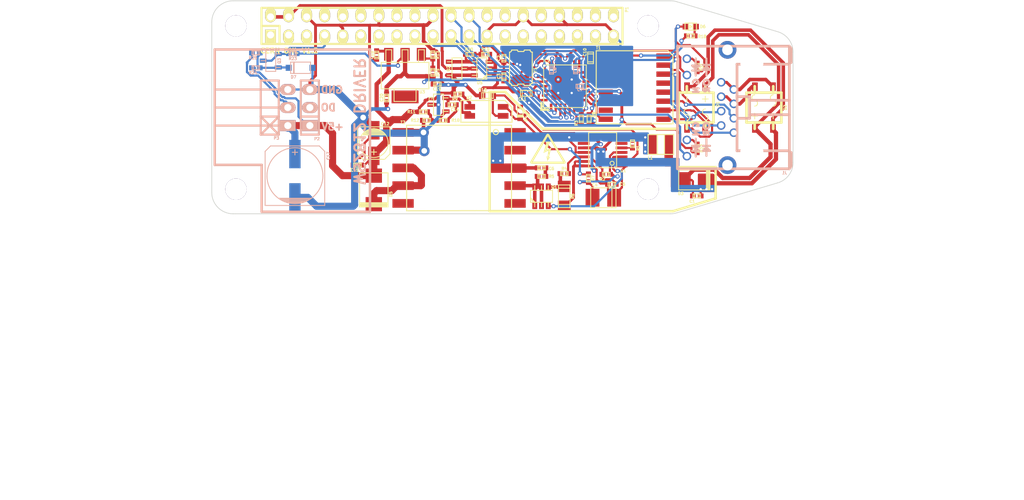
<source format=kicad_pcb>
(kicad_pcb (version 4) (host pcbnew 4.0.1-3.201512221402+6198~38~ubuntu14.04.1-stable)
  (title_block (title "Raspberry Pi Hat Template") (date 2015-12-24) (rev 0.1) (company OpenFet) (comment 1 "Author: Julien") (comment 2 "License: CERN OHL V1.2"))
  (layers (0 F.Cu signal) (31 B.Cu signal) (34 B.Paste user) (35 F.Paste user) (36 B.SilkS user) (37 F.SilkS user) (38 B.Mask user) (39 F.Mask user) (44 Edge.Cuts user))
  (net 0 "")
  (net 1 GND)
  (net 2 "Net-(C1-Pad1)")
  (net 3 "Net-(C1-Pad2)")
  (net 4 "Net-(C2-Pad2)")
  (net 5 "Net-(C3-Pad2)")
  (net 6 GNDPWR)
  (net 7 /PVCC)
  (net 8 "Net-(C5-Pad1)")
  (net 9 "Net-(C6-Pad2)")
  (net 10 +3V3)
  (net 11 "Net-(C11-Pad2)")
  (net 12 +5V)
  (net 13 "Net-(C14-Pad1)")
  (net 14 "Net-(C14-Pad2)")
  (net 15 /DATA_PAIR_2)
  (net 16 /DATA_PAIR_1)
  (net 17 /SPARE_PAIR_2)
  (net 18 /SPARE_PAIR_1)
  (net 19 /RUN)
  (net 20 "Net-(D4-Pad1)")
  (net 21 "Net-(D5-Pad2)")
  (net 22 "Net-(D6-Pad2)")
  (net 23 /ENC_SO)
  (net 24 /ENC_SI)
  (net 25 /ENC_SCK)
  (net 26 /ENC_CS)
  (net 27 /TPIN-)
  (net 28 /TPIN+)
  (net 29 "Net-(IC1-Pad10)")
  (net 30 /TPOUT-)
  (net 31 /TPOUT+)
  (net 32 /ENC_WOL)
  (net 33 /LEDB_CATH)
  (net 34 /LEDA_CATH)
  (net 35 "Net-(IC1-Pad27)")
  (net 36 /ENC_INT)
  (net 37 "Net-(IC1-Pad6)")
  (net 38 "Net-(J1-Pad3)")
  (net 39 "Net-(P1-Pad1)")
  (net 40 /sheet56B34F8B/5V_MCU)
  (net 41 "Net-(P1-Pad8)")
  (net 42 "Net-(P1-Pad10)")
  (net 43 "Net-(P1-Pad11)")
  (net 44 "Net-(P1-Pad12)")
  (net 45 "Net-(P1-Pad13)")
  (net 46 "Net-(P1-Pad15)")
  (net 47 "Net-(P1-Pad16)")
  (net 48 "Net-(P1-Pad17)")
  (net 49 "Net-(P1-Pad18)")
  (net 50 "Net-(P1-Pad26)")
  (net 51 "Net-(P1-Pad29)")
  (net 52 "Net-(P1-Pad31)")
  (net 53 "Net-(P1-Pad32)")
  (net 54 "Net-(P1-Pad33)")
  (net 55 "Net-(P1-Pad35)")
  (net 56 "Net-(P1-Pad36)")
  (net 57 "Net-(P1-Pad37)")
  (net 58 "Net-(P1-Pad40)")
  (net 59 "Net-(Q1-Pad1)")
  (net 60 "Net-(Q1-Pad3)")
  (net 61 "Net-(Q1-Pad4)")
  (net 62 "Net-(Q2-Pad1)")
  (net 63 "Net-(R1-Pad1)")
  (net 64 "Net-(R4-Pad2)")
  (net 65 "Net-(R9-Pad2)")
  (net 66 "Net-(R10-Pad1)")
  (net 67 "Net-(R13-Pad1)")
  (net 68 "Net-(R19-Pad1)")
  (net 69 "Net-(T1-Pad2)")
  (net 70 "Net-(T1-Pad7)")
  (net 71 "Net-(U1-Pad11)")
  (net 72 "Net-(J1-Pad12)")
  (net 73 "Net-(J1-Pad10)")
  (net 74 "Net-(J1-Pad1)")
  (net 75 "Net-(J1-Pad2)")
  (net 76 "Net-(J1-Pad4)")
  (net 77 "Net-(D7-Pad2)")
  (net 78 "Net-(P1-Pad3)")
  (net 79 "Net-(P1-Pad5)")
  (net 80 /WS2812_DO)
  (net 81 "Net-(P2-Pad2)")
  (net 82 "Net-(P1-Pad27)")
  (net 83 "Net-(P1-Pad28)")
  (module w_pin_strip:pin_socket_20x2 (layer F.Cu) (at 138.6 81.4)
    (fp_text reference P1 (at 26 -2.3 90) (layer F.SilkS) (effects (font (size 0.4 0.4) (thickness 0.125))))
    (fp_text value Raspberry_Pi_+_Conn hide)
    (pad 1 thru_hole rect (at -24.13 1.27) (size 1.524 1.99898) (drill 1.00076 (offset 0 0.24892)) (layers *.Cu *.Mask F.SilkS) (net 39 "Net-(P1-Pad1)"))
    (pad 2 thru_hole oval (at -24.13 -1.27) (size 1.524 1.99898) (drill 1.00076 (offset 0 -0.24892)) (layers *.Cu *.Mask F.SilkS) (net 40 /sheet56B34F8B/5V_MCU))
    (pad 3 thru_hole oval (at -21.59 1.27) (size 1.524 1.99898) (drill 1.00076 (offset 0 0.24892)) (layers *.Cu *.Mask F.SilkS) (net 78 "Net-(P1-Pad3)"))
    (pad 4 thru_hole oval (at -21.59 -1.27) (size 1.524 1.99898) (drill 1.00076 (offset 0 -0.24892)) (layers *.Cu *.Mask F.SilkS) (net 40 /sheet56B34F8B/5V_MCU))
    (pad 5 thru_hole oval (at -19.05 1.27) (size 1.524 1.99898) (drill 1.00076 (offset 0 0.24892)) (layers *.Cu *.Mask F.SilkS) (net 79 "Net-(P1-Pad5)"))
    (pad 6 thru_hole oval (at -19.05 -1.27) (size 1.524 1.99898) (drill 1.00076 (offset 0 -0.24892)) (layers *.Cu *.Mask F.SilkS) (net 1 GND))
    (pad 7 thru_hole oval (at -16.51 1.27) (size 1.524 1.99898) (drill 1.00076 (offset 0 0.24892)) (layers *.Cu *.Mask F.SilkS) (net 80 /WS2812_DO))
    (pad 8 thru_hole oval (at -16.51 -1.27) (size 1.524 1.99898) (drill 1.00076 (offset 0 -0.24892)) (layers *.Cu *.Mask F.SilkS) (net 41 "Net-(P1-Pad8)"))
    (pad 9 thru_hole oval (at -13.97 1.27) (size 1.524 1.99898) (drill 1.00076 (offset 0 0.24892)) (layers *.Cu *.Mask F.SilkS) (net 1 GND))
    (pad 10 thru_hole oval (at -13.97 -1.27) (size 1.524 1.99898) (drill 1.00076 (offset 0 -0.24892)) (layers *.Cu *.Mask F.SilkS) (net 42 "Net-(P1-Pad10)"))
    (pad 11 thru_hole oval (at -11.43 1.27) (size 1.524 1.99898) (drill 1.00076 (offset 0 0.24892)) (layers *.Cu *.Mask F.SilkS) (net 43 "Net-(P1-Pad11)"))
    (pad 12 thru_hole oval (at -11.43 -1.27) (size 1.524 1.99898) (drill 1.00076 (offset 0 -0.24892)) (layers *.Cu *.Mask F.SilkS) (net 44 "Net-(P1-Pad12)"))
    (pad 13 thru_hole oval (at -8.89 1.27) (size 1.524 1.99898) (drill 1.00076 (offset 0 0.24892)) (layers *.Cu *.Mask F.SilkS) (net 45 "Net-(P1-Pad13)"))
    (pad 14 thru_hole oval (at -8.89 -1.27) (size 1.524 1.99898) (drill 1.00076 (offset 0 -0.24892)) (layers *.Cu *.Mask F.SilkS) (net 1 GND))
    (pad 15 thru_hole oval (at -6.35 1.27) (size 1.524 1.99898) (drill 1.00076 (offset 0 0.24892)) (layers *.Cu *.Mask F.SilkS) (net 46 "Net-(P1-Pad15)"))
    (pad 16 thru_hole oval (at -6.35 -1.27) (size 1.524 1.99898) (drill 1.00076 (offset 0 -0.24892)) (layers *.Cu *.Mask F.SilkS) (net 47 "Net-(P1-Pad16)"))
    (pad 17 thru_hole oval (at -3.81 1.27) (size 1.524 1.99898) (drill 1.00076 (offset 0 0.24892)) (layers *.Cu *.Mask F.SilkS) (net 48 "Net-(P1-Pad17)"))
    (pad 18 thru_hole oval (at -3.81 -1.27) (size 1.524 1.99898) (drill 1.00076 (offset 0 -0.24892)) (layers *.Cu *.Mask F.SilkS) (net 49 "Net-(P1-Pad18)"))
    (pad 19 thru_hole oval (at -1.27 1.27) (size 1.524 1.99898) (drill 1.00076 (offset 0 0.24892)) (layers *.Cu *.Mask F.SilkS) (net 24 /ENC_SI))
    (pad 20 thru_hole oval (at -1.27 -1.27) (size 1.524 1.99898) (drill 1.00076 (offset 0 -0.24892)) (layers *.Cu *.Mask F.SilkS) (net 1 GND))
    (pad 21 thru_hole oval (at 1.27 1.27) (size 1.524 1.99898) (drill 1.00076 (offset 0 0.24892)) (layers *.Cu *.Mask F.SilkS) (net 23 /ENC_SO))
    (pad 22 thru_hole oval (at 1.27 -1.27) (size 1.524 1.99898) (drill 1.00076 (offset 0 -0.24892)) (layers *.Cu *.Mask F.SilkS) (net 36 /ENC_INT))
    (pad 23 thru_hole oval (at 3.81 1.27) (size 1.524 1.99898) (drill 1.00076 (offset 0 0.24892)) (layers *.Cu *.Mask F.SilkS) (net 25 /ENC_SCK))
    (pad 24 thru_hole oval (at 3.81 -1.27) (size 1.524 1.99898) (drill 1.00076 (offset 0 -0.24892)) (layers *.Cu *.Mask F.SilkS) (net 26 /ENC_CS))
    (pad 25 thru_hole oval (at 6.35 1.27) (size 1.524 1.99898) (drill 1.00076 (offset 0 0.24892)) (layers *.Cu *.Mask F.SilkS) (net 1 GND))
    (pad 26 thru_hole oval (at 6.35 -1.27) (size 1.524 1.99898) (drill 1.00076 (offset 0 -0.24892)) (layers *.Cu *.Mask F.SilkS) (net 50 "Net-(P1-Pad26)"))
    (pad 27 thru_hole oval (at 8.89 1.27) (size 1.524 1.99898) (drill 1.00076 (offset 0 0.24892)) (layers *.Cu *.Mask F.SilkS) (net 82 "Net-(P1-Pad27)"))
    (pad 28 thru_hole oval (at 8.89 -1.27) (size 1.524 1.99898) (drill 1.00076 (offset 0 -0.24892)) (layers *.Cu *.Mask F.SilkS) (net 83 "Net-(P1-Pad28)"))
    (pad 29 thru_hole oval (at 11.43 1.27) (size 1.524 1.99898) (drill 1.00076 (offset 0 0.24892)) (layers *.Cu *.Mask F.SilkS) (net 51 "Net-(P1-Pad29)"))
    (pad 30 thru_hole oval (at 11.43 -1.27) (size 1.524 1.99898) (drill 1.00076 (offset 0 -0.24892)) (layers *.Cu *.Mask F.SilkS) (net 1 GND))
    (pad 31 thru_hole oval (at 13.97 1.27) (size 1.524 1.99898) (drill 1.00076 (offset 0 0.24892)) (layers *.Cu *.Mask F.SilkS) (net 52 "Net-(P1-Pad31)"))
    (pad 32 thru_hole oval (at 13.97 -1.27) (size 1.524 1.99898) (drill 1.00076 (offset 0 -0.24892)) (layers *.Cu *.Mask F.SilkS) (net 53 "Net-(P1-Pad32)"))
    (pad 33 thru_hole oval (at 16.51 1.27) (size 1.524 1.99898) (drill 1.00076 (offset 0 0.24892)) (layers *.Cu *.Mask F.SilkS) (net 54 "Net-(P1-Pad33)"))
    (pad 34 thru_hole oval (at 16.51 -1.27) (size 1.524 1.99898) (drill 1.00076 (offset 0 -0.24892)) (layers *.Cu *.Mask F.SilkS) (net 1 GND))
    (pad 35 thru_hole oval (at 19.05 1.27) (size 1.524 1.99898) (drill 1.00076 (offset 0 0.24892)) (layers *.Cu *.Mask F.SilkS) (net 55 "Net-(P1-Pad35)"))
    (pad 36 thru_hole oval (at 19.05 -1.27) (size 1.524 1.99898) (drill 1.00076 (offset 0 -0.24892)) (layers *.Cu *.Mask F.SilkS) (net 56 "Net-(P1-Pad36)"))
    (pad 37 thru_hole oval (at 21.59 1.27) (size 1.524 1.99898) (drill 1.00076 (offset 0 0.24892)) (layers *.Cu *.Mask F.SilkS) (net 57 "Net-(P1-Pad37)"))
    (pad 38 thru_hole oval (at 21.59 -1.27) (size 1.524 1.99898) (drill 1.00076 (offset 0 -0.24892)) (layers *.Cu *.Mask F.SilkS))
    (pad 39 thru_hole oval (at 24.13 1.27) (size 1.524 1.99898) (drill 1.00076 (offset 0 0.24892)) (layers *.Cu *.Mask F.SilkS) (net 1 GND))
    (pad 40 thru_hole oval (at 24.13 -1.27) (size 1.524 1.99898) (drill 1.00076 (offset 0 -0.24892)) (layers *.Cu *.Mask F.SilkS) (net 58 "Net-(P1-Pad40)"))
  )
  (module Mounting_Holes:MountingHole_3mm (layer F.Cu) (at 109.6 81.4)
    (fp_text reference MT3 hide)
    (fp_text value MountingHole_3mm hide)
    (pad 1 thru_hole circle (at 0 0) (size 3 3) (drill 3) (layers))
  )
  (module w_smd_cap:c_0402 (layer F.Cu) (at 174.45 105.35 180)
    (fp_text reference C1 (at 0.65 -0.75 180) (layer F.SilkS) (effects (font (size 0.4 0.4) (thickness 0.125))))
    (fp_text value 0.1uf hide)
    (pad 1 smd rect (at 0.54864 0 180) (size 0.8001 0.6985) (layers F.Cu F.Paste F.Mask) (net 2 "Net-(C1-Pad1)"))
    (pad 2 smd rect (at -0.54864 0 180) (size 0.8001 0.6985) (layers F.Cu F.Paste F.Mask) (net 3 "Net-(C1-Pad2)"))
  )
  (module w_smd_cap:c_0402 (layer F.Cu) (at 147.3 85.95136 270)
    (fp_text reference C2 (at 0 0.7 270) (layer F.SilkS) (effects (font (size 0.4 0.4) (thickness 0.125))))
    (fp_text value 16pf hide)
    (pad 1 smd rect (at 0.54864 0 270) (size 0.8001 0.6985) (layers F.Cu F.Paste F.Mask) (net 1 GND))
    (pad 2 smd rect (at -0.54864 0 270) (size 0.8001 0.6985) (layers F.Cu F.Paste F.Mask) (net 4 "Net-(C2-Pad2)"))
  )
  (module w_smd_cap:c_0402 (layer F.Cu) (at 147.3 88.55136 90)
    (fp_text reference C3 (at 0.05136 -0.7 90) (layer F.SilkS) (effects (font (size 0.4 0.4) (thickness 0.125))))
    (fp_text value 16pf hide)
    (pad 1 smd rect (at 0.54864 0 90) (size 0.8001 0.6985) (layers F.Cu F.Paste F.Mask) (net 1 GND))
    (pad 2 smd rect (at -0.54864 0 90) (size 0.8001 0.6985) (layers F.Cu F.Paste F.Mask) (net 5 "Net-(C3-Pad2)"))
  )
  (module w_smd_cap:c_tant_B (layer F.Cu) (at 161.3 105.6)
    (fp_text reference C4 (at -1.2 -1.8) (layer F.SilkS) (effects (font (size 0.4 0.4) (thickness 0.125))))
    (fp_text value CP hide)
    (pad 2 smd rect (at 1.524 0) (size 1.95072 2.49936) (layers F.Cu F.Paste F.Mask) (net 6 GNDPWR))
    (pad 1 smd rect (at -1.524 0) (size 1.95072 2.49936) (layers F.Cu F.Paste F.Mask) (net 7 /PVCC))
  )
  (module w_smd_cap:c_0402 (layer F.Cu) (at 162.5 103.7)
    (fp_text reference C5 (at 1.5 0) (layer F.SilkS) (effects (font (size 0.4 0.4) (thickness 0.125))))
    (fp_text value C hide)
    (pad 1 smd rect (at 0.54864 0) (size 0.8001 0.6985) (layers F.Cu F.Paste F.Mask) (net 8 "Net-(C5-Pad1)"))
    (pad 2 smd rect (at -0.54864 0) (size 0.8001 0.6985) (layers F.Cu F.Paste F.Mask) (net 6 GNDPWR))
  )
  (module w_smd_cap:c_0402 (layer F.Cu) (at 152.6 101.4 180)
    (fp_text reference C6 (at -1.4 -0.1 180) (layer F.SilkS) (effects (font (size 0.4 0.4) (thickness 0.125))))
    (fp_text value C hide)
    (pad 1 smd rect (at 0.54864 0 180) (size 0.8001 0.6985) (layers F.Cu F.Paste F.Mask) (net 8 "Net-(C5-Pad1)"))
    (pad 2 smd rect (at -0.54864 0 180) (size 0.8001 0.6985) (layers F.Cu F.Paste F.Mask) (net 9 "Net-(C6-Pad2)"))
  )
  (module w_smd_cap:c_0402 (layer B.Cu) (at 158 89.9)
    (fp_text reference C7 (at 0 0.4826) (layer B.SilkS) (effects (font (size 0.4 0.4) (thickness 0.125))))
    (fp_text value 0.1uf hide)
    (pad 1 smd rect (at 0.54864 0) (size 0.8001 0.6985) (layers B.Cu B.Paste B.Mask) (net 10 +3V3))
    (pad 2 smd rect (at -0.54864 0) (size 0.8001 0.6985) (layers B.Cu B.Paste B.Mask) (net 1 GND))
  )
  (module w_smd_cap:c_0402 (layer B.Cu) (at 154 87.65 90)
    (fp_text reference C8 (at 0 0.4826 90) (layer B.SilkS) (effects (font (size 0.4 0.4) (thickness 0.125))))
    (fp_text value 0.1uf hide)
    (pad 1 smd rect (at 0.54864 0 90) (size 0.8001 0.6985) (layers B.Cu B.Paste B.Mask) (net 10 +3V3))
    (pad 2 smd rect (at -0.54864 0 90) (size 0.8001 0.6985) (layers B.Cu B.Paste B.Mask) (net 1 GND))
  )
  (module w_smd_cap:c_0402 (layer B.Cu) (at 157.4 87.6 90)
    (fp_text reference C9 (at 0 0.4826 90) (layer B.SilkS) (effects (font (size 0.4 0.4) (thickness 0.125))))
    (fp_text value 0.1uf hide)
    (pad 1 smd rect (at 0.54864 0 90) (size 0.8001 0.6985) (layers B.Cu B.Paste B.Mask) (net 10 +3V3))
    (pad 2 smd rect (at -0.54864 0 90) (size 0.8001 0.6985) (layers B.Cu B.Paste B.Mask) (net 1 GND))
  )
  (module w_smd_cap:c_0603 (layer F.Cu) (at 159.5 85.9 90)
    (fp_text reference C10 (at 0.8 -0.8 90) (layer F.SilkS) (effects (font (size 0.4 0.4) (thickness 0.125))))
    (fp_text value 0.1uf hide)
    (pad 1 smd rect (at 0.75184 0 90) (size 0.89916 1.00076) (layers F.Cu F.Paste F.Mask) (net 10 +3V3))
    (pad 2 smd rect (at -0.75184 0 90) (size 0.89916 1.00076) (layers F.Cu F.Paste F.Mask) (net 1 GND))
  )
  (module w_smd_cap:c_elec_4x4.5 (layer F.Cu) (at 129 97.9 270)
    (fp_text reference C12 (at -2.7 -1.6 360) (layer F.SilkS) (effects (font (size 0.4 0.4) (thickness 0.125))))
    (fp_text value CP hide)
    (pad 1 smd rect (at 1.80086 0 270) (size 2.60096 1.6002) (layers F.Cu F.Paste F.Mask) (net 12 +5V))
    (pad 2 smd rect (at -1.80086 0 270) (size 2.60096 1.6002) (layers F.Cu F.Paste F.Mask) (net 1 GND))
  )
  (module w_smd_cap:c_0603 (layer F.Cu) (at 145 91.2 180)
    (fp_text reference C13 (at 0.7 0.8 180) (layer F.SilkS) (effects (font (size 0.4 0.4) (thickness 0.125))))
    (fp_text value 2nf hide)
    (pad 1 smd rect (at 0.75184 0 180) (size 0.89916 1.00076) (layers F.Cu F.Paste F.Mask) (net 1 GND))
    (pad 2 smd rect (at -0.75184 0 180) (size 0.89916 1.00076) (layers F.Cu F.Paste F.Mask) (net 6 GNDPWR))
  )
  (module w_smd_cap:c_0402 (layer F.Cu) (at 140 92.5 180)
    (fp_text reference C14 (at -0.4 -0.7 180) (layer F.SilkS) (effects (font (size 0.4 0.4) (thickness 0.125))))
    (fp_text value C hide)
    (pad 1 smd rect (at 0.54864 0 180) (size 0.8001 0.6985) (layers F.Cu F.Paste F.Mask) (net 13 "Net-(C14-Pad1)"))
    (pad 2 smd rect (at -0.54864 0 180) (size 0.8001 0.6985) (layers F.Cu F.Paste F.Mask) (net 14 "Net-(C14-Pad2)"))
  )
  (module w_smd_cap:c_0402 (layer F.Cu) (at 126.7 101)
    (fp_text reference C15 (at -0.4 0.7) (layer F.SilkS) (effects (font (size 0.4 0.4) (thickness 0.125))))
    (fp_text value C hide)
    (pad 1 smd rect (at 0.54864 0) (size 0.8001 0.6985) (layers F.Cu F.Paste F.Mask) (net 12 +5V))
    (pad 2 smd rect (at -0.54864 0) (size 0.8001 0.6985) (layers F.Cu F.Paste F.Mask) (net 1 GND))
  )
  (module w_smd_cap:c_0402 (layer F.Cu) (at 129.4 85.5 90)
    (fp_text reference C16 (at 0 -0.7 90) (layer F.SilkS) (effects (font (size 0.4 0.4) (thickness 0.125))))
    (fp_text value C hide)
    (pad 1 smd rect (at 0.54864 0 90) (size 0.8001 0.6985) (layers F.Cu F.Paste F.Mask) (net 12 +5V))
    (pad 2 smd rect (at -0.54864 0 90) (size 0.8001 0.6985) (layers F.Cu F.Paste F.Mask) (net 1 GND))
  )
  (module w_smd_cap:c_0402 (layer F.Cu) (at 137.95136 89.6 180)
    (fp_text reference C19 (at 0.05136 -0.7 180) (layer F.SilkS) (effects (font (size 0.4 0.4) (thickness 0.125))))
    (fp_text value 0.1uf hide)
    (pad 1 smd rect (at 0.54864 0 180) (size 0.8001 0.6985) (layers F.Cu F.Paste F.Mask) (net 10 +3V3))
    (pad 2 smd rect (at -0.54864 0 180) (size 0.8001 0.6985) (layers F.Cu F.Paste F.Mask) (net 1 GND))
  )
  (module w_smd_cap:c_0402 (layer F.Cu) (at 130.8 91.55136 90)
    (fp_text reference C20 (at 0.05136 -0.7 90) (layer F.SilkS) (effects (font (size 0.4 0.4) (thickness 0.125))))
    (fp_text value 1uf hide)
    (pad 1 smd rect (at 0.54864 0 90) (size 0.8001 0.6985) (layers F.Cu F.Paste F.Mask) (net 10 +3V3))
    (pad 2 smd rect (at -0.54864 0 90) (size 0.8001 0.6985) (layers F.Cu F.Paste F.Mask) (net 1 GND))
  )
  (module w_smd_diode:MBS (layer F.Cu) (at 174.35 92.9 90)
    (fp_text reference D1 (at 0.5 3.05 90) (layer F.SilkS) (effects (font (size 0.4 0.4) (thickness 0.125))))
    (fp_text value BRIDGE hide)
    (pad 2 smd rect (at -2.94894 -1.27 90) (size 1.19888 0.8001) (layers F.Cu F.Paste F.Mask) (net 15 /DATA_PAIR_2))
    (pad 3 smd rect (at -2.9464 1.27 90) (size 1.19888 0.8001) (layers F.Cu F.Paste F.Mask) (net 16 /DATA_PAIR_1))
    (pad 1 smd rect (at 2.94894 1.27 90) (size 1.19888 0.8001) (layers F.Cu F.Paste F.Mask) (net 2 "Net-(C1-Pad1)"))
    (pad 4 smd rect (at 2.9464 -1.27 90) (size 1.19888 0.8001) (layers F.Cu F.Paste F.Mask) (net 3 "Net-(C1-Pad2)"))
  )
  (module w_smd_diode:MBS (layer F.Cu) (at 183.9 92.9 270)
    (fp_text reference D2 (at 0 -3 270) (layer F.SilkS) (effects (font (size 0.4 0.4) (thickness 0.125))))
    (fp_text value BRIDGE hide)
    (pad 2 smd rect (at -2.94894 -1.27 270) (size 1.19888 0.8001) (layers F.Cu F.Paste F.Mask) (net 17 /SPARE_PAIR_2))
    (pad 3 smd rect (at -2.9464 1.27 270) (size 1.19888 0.8001) (layers F.Cu F.Paste F.Mask) (net 18 /SPARE_PAIR_1))
    (pad 1 smd rect (at 2.94894 1.27 270) (size 1.19888 0.8001) (layers F.Cu F.Paste F.Mask) (net 2 "Net-(C1-Pad1)"))
    (pad 4 smd rect (at 2.9464 -1.27 270) (size 1.19888 0.8001) (layers F.Cu F.Paste F.Mask) (net 3 "Net-(C1-Pad2)"))
  )
  (module w_smd_diode:do214ac (layer F.Cu) (at 174.1 103.1)
    (fp_text reference D3 (at -1.9 1.9) (layer F.SilkS) (effects (font (size 0.4 0.4) (thickness 0.125))))
    (fp_text value ZENER hide)
    (pad 2 smd rect (at 1.72974 0) (size 2.10058 1.69926) (layers F.Cu F.Paste F.Mask) (net 3 "Net-(C1-Pad2)"))
    (pad 1 smd rect (at -1.72974 0) (size 2.10058 1.69926) (layers F.Cu F.Paste F.Mask) (net 2 "Net-(C1-Pad1)"))
  )
  (module w_smd_diode:sod523 (layer F.Cu) (at 149.6 93.6509 270)
    (fp_text reference D4 (at 0.8491 -0.8 270) (layer F.SilkS) (effects (font (size 0.4 0.4) (thickness 0.125))))
    (fp_text value BAS516 hide)
    (pad 2 smd rect (at 0.8509 0 270) (size 0.59944 0.8001) (layers F.Cu F.Paste F.Mask) (net 19 /RUN))
    (pad 1 smd rect (at -0.8509 0 270) (size 0.59944 0.8001) (layers F.Cu F.Paste F.Mask) (net 20 "Net-(D4-Pad1)"))
  )
  (module w_smd_leds:Led_0603 (layer F.Cu) (at 173.6 81.5)
    (fp_text reference D6 (at 1.7 0) (layer F.SilkS) (effects (font (size 0.4 0.4) (thickness 0.125))))
    (fp_text value LED hide)
    (pad 1 smd rect (at -0.7493 0) (size 0.79756 0.79756) (layers F.Cu F.Paste F.Mask) (net 10 +3V3))
    (pad 2 smd rect (at 0.7493 0) (size 0.79756 0.79756) (layers F.Cu F.Paste F.Mask) (net 22 "Net-(D6-Pad2)"))
  )
  (module w_smd_qfn:qfn-28 (layer F.Cu) (at 155.9 89.9)
    (fp_text reference IC1 (at -2.6 -3.6) (layer F.SilkS) (effects (font (size 0.4 0.4) (thickness 0.125))))
    (fp_text value ENC28J60-I/ML hide)
    (pad 2 smd rect (at -1.30048 2.84988) (size 0.35052 0.8001) (layers F.Cu F.Paste F.Mask) (net 23 /ENC_SO))
    (pad 3 smd rect (at -0.65024 2.84988) (size 0.35052 0.8001) (layers F.Cu F.Paste F.Mask) (net 24 /ENC_SI))
    (pad 4 smd rect (at 0 2.84988) (size 0.35052 0.8001) (layers F.Cu F.Paste F.Mask) (net 25 /ENC_SCK))
    (pad 5 smd rect (at 0.65024 2.84988) (size 0.35052 0.8001) (layers F.Cu F.Paste F.Mask) (net 26 /ENC_CS))
    (pad 8 smd rect (at 2.85242 1.95072) (size 0.8001 0.35052) (layers F.Cu F.Paste F.Mask) (net 27 /TPIN-))
    (pad 9 smd rect (at 2.85242 1.30048) (size 0.8001 0.35052) (layers F.Cu F.Paste F.Mask) (net 28 /TPIN+))
    (pad 10 smd rect (at 2.85242 0.65024) (size 0.8001 0.35052) (layers F.Cu F.Paste F.Mask) (net 29 "Net-(IC1-Pad10)"))
    (pad 11 smd rect (at 2.85242 0) (size 0.8001 0.35052) (layers F.Cu F.Paste F.Mask) (net 10 +3V3))
    (pad 12 smd rect (at 2.85242 -0.65024) (size 0.8001 0.35052) (layers F.Cu F.Paste F.Mask) (net 30 /TPOUT-))
    (pad 13 smd rect (at 2.85242 -1.30048) (size 0.8001 0.35052) (layers F.Cu F.Paste F.Mask) (net 31 /TPOUT+))
    (pad 14 smd rect (at 2.85242 -1.95072) (size 0.8001 0.35052) (layers F.Cu F.Paste F.Mask) (net 1 GND))
    (pad 1 smd rect (at -1.95072 2.84988) (size 0.35052 0.8001) (layers F.Cu F.Paste F.Mask) (net 32 /ENC_WOL))
    (pad 29 smd rect (at 0.94996 0.94996) (size 1.89992 1.89992) (layers F.Cu F.Paste F.Mask))
    (pad 29 smd rect (at -0.94996 0.94996) (size 1.89992 1.89992) (layers F.Cu F.Paste F.Mask))
    (pad 29 smd rect (at -0.94996 -0.94996) (size 1.89992 1.89992) (layers F.Cu F.Paste F.Mask))
    (pad 29 smd rect (at 0.94996 -0.94996) (size 1.89992 1.89992) (layers F.Cu F.Paste F.Mask))
    (pad 15 smd rect (at 2.00152 -2.85242) (size 0.35052 0.8001) (layers F.Cu F.Paste F.Mask) (net 10 +3V3))
    (pad 16 smd rect (at 1.35128 -2.85242) (size 0.35052 0.8001) (layers F.Cu F.Paste F.Mask) (net 10 +3V3))
    (pad 17 smd rect (at 0.70104 -2.85242) (size 0.35052 0.8001) (layers F.Cu F.Paste F.Mask) (net 1 GND))
    (pad 18 smd rect (at 0 -2.85242) (size 0.35052 0.8001) (layers F.Cu F.Paste F.Mask) (net 1 GND))
    (pad 19 smd rect (at -0.59944 -2.85242) (size 0.35052 0.8001) (layers F.Cu F.Paste F.Mask) (net 4 "Net-(C2-Pad2)"))
    (pad 20 smd rect (at -1.24968 -2.85242) (size 0.35052 0.8001) (layers F.Cu F.Paste F.Mask) (net 5 "Net-(C3-Pad2)"))
    (pad 21 smd rect (at -1.89992 -2.85242) (size 0.35052 0.8001) (layers F.Cu F.Paste F.Mask) (net 10 +3V3))
    (pad 22 smd rect (at -2.84988 -1.95072) (size 0.8001 0.35052) (layers F.Cu F.Paste F.Mask) (net 33 /LEDB_CATH))
    (pad 23 smd rect (at -2.84988 -1.30048) (size 0.8001 0.35052) (layers F.Cu F.Paste F.Mask) (net 34 /LEDA_CATH))
    (pad 24 smd rect (at -2.84988 -0.65024) (size 0.8001 0.35052) (layers F.Cu F.Paste F.Mask) (net 10 +3V3))
    (pad 25 smd rect (at -2.84988 0) (size 0.8001 0.35052) (layers F.Cu F.Paste F.Mask) (net 11 "Net-(C11-Pad2)"))
    (pad 26 smd rect (at -2.84988 0.65024) (size 0.8001 0.35052) (layers F.Cu F.Paste F.Mask) (net 1 GND))
    (pad 27 smd rect (at -2.84988 1.30048) (size 0.8001 0.35052) (layers F.Cu F.Paste F.Mask) (net 35 "Net-(IC1-Pad27)"))
    (pad 28 smd rect (at -2.84988 1.95072) (size 0.8001 0.35052) (layers F.Cu F.Paste F.Mask) (net 36 /ENC_INT))
    (pad 6 smd rect (at 1.30048 2.84988) (size 0.35052 0.8001) (layers F.Cu F.Paste F.Mask) (net 37 "Net-(IC1-Pad6)"))
    (pad 7 smd rect (at 1.95072 2.84988) (size 0.35052 0.8001) (layers F.Cu F.Paste F.Mask) (net 1 GND))
  )
  (module w_conn_pc:rj45-tyco-2-406549-7 (layer B.Cu) (at 179.60412 92.88984 270)
    (fp_text reference J1 (at 9.21016 -7.19588 360) (layer B.SilkS) (effects (font (size 0.4 0.4) (thickness 0.1)) (justify mirror)))
    (fp_text value RJ45-LED hide)
    (pad 3 thru_hole circle (at 1.52146 -0.05588 270) (size 1.19888 1.19888) (drill 0.8001) (layers *.Cu *.Mask) (net 38 "Net-(J1-Pad3)"))
    (pad 1 thru_hole circle (at 3.55092 -0.05588 270) (size 1.19888 1.19888) (drill 0.8001) (layers *.Cu *.Mask) (net 74 "Net-(J1-Pad1)"))
    (pad 2 thru_hole circle (at 2.53746 1.72466 270) (size 1.19888 1.19888) (drill 0.8001) (layers *.Cu *.Mask) (net 75 "Net-(J1-Pad2)"))
    (pad 4 thru_hole circle (at 0.508 1.72466 270) (size 1.19888 1.19888) (drill 0.8001) (layers *.Cu *.Mask) (net 76 "Net-(J1-Pad4)"))
    (pad 5 thru_hole circle (at -0.508 -0.05588 270) (size 1.19888 1.19888) (drill 0.8001) (layers *.Cu *.Mask) (net 18 /SPARE_PAIR_1))
    (pad 6 thru_hole circle (at -1.52146 1.72466 270) (size 1.19888 1.19888) (drill 0.8001) (layers *.Cu *.Mask) (net 18 /SPARE_PAIR_1))
    (pad 7 thru_hole circle (at -2.53746 -0.05588 270) (size 1.19888 1.19888) (drill 0.8001) (layers *.Cu *.Mask) (net 17 /SPARE_PAIR_2))
    (pad 8 thru_hole circle (at -3.55092 1.72466 270) (size 1.19888 1.19888) (drill 0.8001) (layers *.Cu *.Mask) (net 17 /SPARE_PAIR_2))
    (pad "" thru_hole circle (at -8.12038 0.83312 270) (size 2.49936 2.49936) (drill 1.50114) (layers *.Cu *.Mask))
    (pad "" thru_hole circle (at 8.12038 0.83312 270) (size 2.49936 2.49936) (drill 1.50114) (layers *.Cu *.Mask))
    (pad "" np_thru_hole circle (at -6.33984 -2.59588 270) (size 3.2512 3.2512) (drill 3.2512) (layers *.Cu))
    (pad "" np_thru_hole circle (at 6.33984 -2.59588 270) (size 3.2512 3.2512) (drill 3.2512) (layers *.Cu))
    (pad 12 thru_hole circle (at -6.86054 6.54304 270) (size 1.19888 1.19888) (drill 0.8001) (layers *.Cu *.Mask) (net 72 "Net-(J1-Pad12)"))
    (pad 11 thru_hole circle (at -4.56946 6.54304 270) (size 1.19888 1.19888) (drill 0.8001) (layers *.Cu *.Mask) (net 33 /LEDB_CATH))
    (pad 10 thru_hole circle (at 4.56946 6.54304 270) (size 1.19888 1.19888) (drill 0.8001) (layers *.Cu *.Mask) (net 73 "Net-(J1-Pad10)"))
    (pad 9 thru_hole circle (at 6.86054 6.54304 270) (size 1.19888 1.19888) (drill 0.8001) (layers *.Cu *.Mask) (net 34 /LEDA_CATH))
  )
  (module w_smd_inductors:inductor_smd_1008 (layer F.Cu) (at 169.4 98.1 180)
    (fp_text reference L1 (at 1.5 -1.9 180) (layer F.SilkS) (effects (font (size 0.4 0.4) (thickness 0.125))))
    (fp_text value 2.2uH hide)
    (pad 1 smd rect (at -1.143 0 180) (size 1.016 2.54) (layers F.Cu F.Paste F.Mask) (net 2 "Net-(C1-Pad1)"))
    (pad 2 smd rect (at 1.143 0 180) (size 1.016 2.54) (layers F.Cu F.Paste F.Mask) (net 8 "Net-(C5-Pad1)"))
  )
  (module w_smd_trans:sot23 (layer F.Cu) (at 140.7 87.4 270)
    (fp_text reference Q2 (at 0.0254 1.2 270) (layer F.SilkS) (effects (font (size 0.4 0.4) (thickness 0.125))))
    (fp_text value BSS138 hide)
    (pad 1 smd rect (at -0.9525 1.05664 270) (size 0.59944 1.00076) (layers F.Cu F.Paste F.Mask) (net 62 "Net-(Q2-Pad1)"))
    (pad 2 smd rect (at 0 -1.05664 270) (size 0.59944 1.00076) (layers F.Cu F.Paste F.Mask) (net 40 /sheet56B34F8B/5V_MCU))
    (pad 3 smd rect (at 0.9525 1.05664 270) (size 0.59944 1.00076) (layers F.Cu F.Paste F.Mask) (net 12 +5V))
  )
  (module w_smd_resistors:r_0402 (layer F.Cu) (at 165.4 98 270)
    (fp_text reference R1 (at 0.6 -0.8 270) (layer F.SilkS) (effects (font (size 0.4 0.4) (thickness 0.125))))
    (fp_text value 68.1 hide)
    (pad 1 smd rect (at 0.54864 0 270) (size 0.8001 0.6985) (layers F.Cu F.Paste F.Mask) (net 63 "Net-(R1-Pad1)"))
    (pad 2 smd rect (at -0.54864 0 270) (size 0.8001 0.6985) (layers F.Cu F.Paste F.Mask) (net 3 "Net-(C1-Pad2)"))
  )
  (module w_smd_resistors:r_0402 (layer F.Cu) (at 161.7 102.3 180)
    (fp_text reference R2 (at 0.5 -0.7 180) (layer F.SilkS) (effects (font (size 0.4 0.4) (thickness 0.125))))
    (fp_text value 10k hide)
    (pad 1 smd rect (at 0.54864 0 180) (size 0.8001 0.6985) (layers F.Cu F.Paste F.Mask) (net 8 "Net-(C5-Pad1)"))
    (pad 2 smd rect (at -0.54864 0 180) (size 0.8001 0.6985) (layers F.Cu F.Paste F.Mask) (net 7 /PVCC))
  )
  (module w_smd_resistors:r_0402 (layer F.Cu) (at 158.2 94.5 270)
    (fp_text reference R3 (at 0.6 0.7 270) (layer F.SilkS) (effects (font (size 0.4 0.4) (thickness 0.125))))
    (fp_text value R hide)
    (pad 1 smd rect (at 0.54864 0 270) (size 0.8001 0.6985) (layers F.Cu F.Paste F.Mask) (net 37 "Net-(IC1-Pad6)"))
    (pad 2 smd rect (at -0.54864 0 270) (size 0.8001 0.6985) (layers F.Cu F.Paste F.Mask) (net 10 +3V3))
  )
  (module w_smd_resistors:r_0402 (layer F.Cu) (at 155.8 102.2 180)
    (fp_text reference R4 (at 0 0.7 180) (layer F.SilkS) (effects (font (size 0.4 0.4) (thickness 0.125))))
    (fp_text value R hide)
    (pad 1 smd rect (at 0.54864 0 180) (size 0.8001 0.6985) (layers F.Cu F.Paste F.Mask) (net 61 "Net-(Q1-Pad4)"))
    (pad 2 smd rect (at -0.54864 0 180) (size 0.8001 0.6985) (layers F.Cu F.Paste F.Mask) (net 64 "Net-(R4-Pad2)"))
  )
  (module w_smd_resistors:r_0402 (layer F.Cu) (at 152.6 102.6 180)
    (fp_text reference R5 (at -1.4 0 180) (layer F.SilkS) (effects (font (size 0.4 0.4) (thickness 0.125))))
    (fp_text value R hide)
    (pad 1 smd rect (at 0.54864 0 180) (size 0.8001 0.6985) (layers F.Cu F.Paste F.Mask) (net 59 "Net-(Q1-Pad1)"))
    (pad 2 smd rect (at -0.54864 0 180) (size 0.8001 0.6985) (layers F.Cu F.Paste F.Mask) (net 9 "Net-(C6-Pad2)"))
  )
  (module w_smd_resistors:r_1206 (layer F.Cu) (at 155.8 105.403 90)
    (fp_text reference R6 (at 0.003 1.2 90) (layer F.SilkS) (effects (font (size 0.4 0.4) (thickness 0.125))))
    (fp_text value 0.05 hide)
    (pad 1 smd rect (at 1.397 0 90) (size 1.6002 1.8034) (layers F.Cu F.Paste F.Mask) (net 61 "Net-(Q1-Pad4)"))
    (pad 2 smd rect (at -1.397 0 90) (size 1.6002 1.8034) (layers F.Cu F.Paste F.Mask) (net 6 GNDPWR))
  )
  (module w_smd_resistors:r_0402 (layer F.Cu) (at 159.2 102.85136 270)
    (fp_text reference R7 (at 0 -0.7 270) (layer F.SilkS) (effects (font (size 0.4 0.4) (thickness 0.125))))
    (fp_text value R hide)
    (pad 1 smd rect (at 0.54864 0 270) (size 0.8001 0.6985) (layers F.Cu F.Paste F.Mask) (net 7 /PVCC))
    (pad 2 smd rect (at -0.54864 0 270) (size 0.8001 0.6985) (layers F.Cu F.Paste F.Mask) (net 19 /RUN))
  )
  (module w_smd_resistors:r_0402 (layer F.Cu) (at 159.3 94.5 270)
    (fp_text reference R8 (at -0.61 -0.65 270) (layer F.SilkS) (effects (font (size 0.4 0.4) (thickness 0.125))))
    (fp_text value R hide)
    (pad 1 smd rect (at 0.54864 0 270) (size 0.8001 0.6985) (layers F.Cu F.Paste F.Mask) (net 1 GND))
    (pad 2 smd rect (at -0.54864 0 270) (size 0.8001 0.6985) (layers F.Cu F.Paste F.Mask) (net 29 "Net-(IC1-Pad10)"))
  )
  (module w_smd_resistors:r_0402 (layer F.Cu) (at 140.8 91 180)
    (fp_text reference R9 (at 0.4 -0.7 180) (layer F.SilkS) (effects (font (size 0.4 0.4) (thickness 0.125))))
    (fp_text value R hide)
    (pad 1 smd rect (at 0.54864 0 180) (size 0.8001 0.6985) (layers F.Cu F.Paste F.Mask) (net 12 +5V))
    (pad 2 smd rect (at -0.54864 0 180) (size 0.8001 0.6985) (layers F.Cu F.Paste F.Mask) (net 65 "Net-(R9-Pad2)"))
  )
  (module w_smd_resistors:r_0402 (layer F.Cu) (at 138.74864 94.7 180)
    (fp_text reference R10 (at -1.75136 0 180) (layer F.SilkS) (effects (font (size 0.4 0.4) (thickness 0.125))))
    (fp_text value R hide)
    (pad 1 smd rect (at 0.54864 0 180) (size 0.8001 0.6985) (layers F.Cu F.Paste F.Mask) (net 66 "Net-(R10-Pad1)"))
    (pad 2 smd rect (at -0.54864 0 180) (size 0.8001 0.6985) (layers F.Cu F.Paste F.Mask) (net 14 "Net-(C14-Pad2)"))
  )
  (module w_smd_resistors:r_0402 (layer F.Cu) (at 135.95136 93.5 180)
    (fp_text reference R11 (at 1.65136 0 180) (layer F.SilkS) (effects (font (size 0.4 0.4) (thickness 0.125))))
    (fp_text value R hide)
    (pad 1 smd rect (at 0.54864 0 180) (size 0.8001 0.6985) (layers F.Cu F.Paste F.Mask) (net 12 +5V))
    (pad 2 smd rect (at -0.54864 0 180) (size 0.8001 0.6985) (layers F.Cu F.Paste F.Mask) (net 66 "Net-(R10-Pad1)"))
  )
  (module w_smd_resistors:r_0402 (layer F.Cu) (at 136.44864 94.7)
    (fp_text reference R12 (at -1.64864 0) (layer F.SilkS) (effects (font (size 0.4 0.4) (thickness 0.125))))
    (fp_text value R hide)
    (pad 1 smd rect (at 0.54864 0) (size 0.8001 0.6985) (layers F.Cu F.Paste F.Mask) (net 66 "Net-(R10-Pad1)"))
    (pad 2 smd rect (at -0.54864 0) (size 0.8001 0.6985) (layers F.Cu F.Paste F.Mask) (net 1 GND))
  )
  (module w_smd_resistors:r_0402 (layer F.Cu) (at 137.3 85.45136 270)
    (fp_text reference R13 (at 0.04864 -0.7 270) (layer F.SilkS) (effects (font (size 0.4 0.4) (thickness 0.125))))
    (fp_text value 390 hide)
    (pad 1 smd rect (at 0.54864 0 270) (size 0.8001 0.6985) (layers F.Cu F.Paste F.Mask) (net 67 "Net-(R13-Pad1)"))
    (pad 2 smd rect (at -0.54864 0 270) (size 0.8001 0.6985) (layers F.Cu F.Paste F.Mask) (net 1 GND))
  )
  (module w_smd_resistors:r_0402 (layer F.Cu) (at 137.3 87.94864 270)
    (fp_text reference R15 (at 0.05136 -0.7 270) (layer F.SilkS) (effects (font (size 0.4 0.4) (thickness 0.125))))
    (fp_text value 240 hide)
    (pad 1 smd rect (at 0.54864 0 270) (size 0.8001 0.6985) (layers F.Cu F.Paste F.Mask) (net 10 +3V3))
    (pad 2 smd rect (at -0.54864 0 270) (size 0.8001 0.6985) (layers F.Cu F.Paste F.Mask) (net 67 "Net-(R13-Pad1)"))
  )
  (module w_smd_resistors:r_0402 (layer F.Cu) (at 173.6 82.8)
    (fp_text reference R18 (at 1.6 0.1) (layer F.SilkS) (effects (font (size 0.4 0.4) (thickness 0.125))))
    (fp_text value 360 hide)
    (pad 1 smd rect (at 0.54864 0) (size 0.8001 0.6985) (layers F.Cu F.Paste F.Mask) (net 22 "Net-(D6-Pad2)"))
    (pad 2 smd rect (at -0.54864 0) (size 0.8001 0.6985) (layers F.Cu F.Paste F.Mask) (net 1 GND))
  )
  (module w_smd_resistors:r_0402 (layer F.Cu) (at 144.7 85.4)
    (fp_text reference R19 (at 0 -0.7) (layer F.SilkS) (effects (font (size 0.4 0.4) (thickness 0.125))))
    (fp_text value 10k hide)
    (pad 1 smd rect (at 0.54864 0) (size 0.8001 0.6985) (layers F.Cu F.Paste F.Mask) (net 68 "Net-(R19-Pad1)"))
    (pad 2 smd rect (at -0.54864 0) (size 0.8001 0.6985) (layers F.Cu F.Paste F.Mask) (net 1 GND))
  )
  (module w_smd_resistors:r_0402 (layer F.Cu) (at 142.5 85.4 180)
    (fp_text reference R20 (at 0.1 0.7 180) (layer F.SilkS) (effects (font (size 0.4 0.4) (thickness 0.125))))
    (fp_text value 47k hide)
    (pad 1 smd rect (at 0.54864 0 180) (size 0.8001 0.6985) (layers F.Cu F.Paste F.Mask) (net 62 "Net-(Q2-Pad1)"))
    (pad 2 smd rect (at -0.54864 0 180) (size 0.8001 0.6985) (layers F.Cu F.Paste F.Mask) (net 1 GND))
  )
  (module project_foot:H2019 (layer F.Cu) (at 165.7 90.1 270)
    (fp_text reference T1 (at -5.6 5.1 360) (layer F.SilkS) (effects (font (size 0.4 0.4) (thickness 0.125))))
    (fp_text value PULSE_H1197 hide)
    (pad 16 smd rect (at -4.445 -4.0625 270) (size 0.76 2) (layers F.Cu F.Paste F.Mask) (net 74 "Net-(J1-Pad1)"))
    (pad 1 smd rect (at -4.445 4.0625 270) (size 0.76 2) (layers F.Cu F.Paste F.Mask) (net 31 /TPOUT+))
    (pad 15 smd rect (at -3.175 -4.0625 270) (size 0.76 2) (layers F.Cu F.Paste F.Mask) (net 15 /DATA_PAIR_2))
    (pad 2 smd rect (at -3.175 4.0625 270) (size 0.76 2) (layers F.Cu F.Paste F.Mask) (net 69 "Net-(T1-Pad2)"))
    (pad 14 smd rect (at -1.905 -4.0625 270) (size 0.76 2) (layers F.Cu F.Paste F.Mask) (net 75 "Net-(J1-Pad2)"))
    (pad 3 smd rect (at -1.905 4.0625 270) (size 0.76 2) (layers F.Cu F.Paste F.Mask) (net 30 /TPOUT-))
    (pad 13 smd rect (at -0.635 -4.0625 270) (size 0.76 2) (layers F.Cu F.Paste F.Mask))
    (pad 4 smd rect (at -0.635 4.0625 270) (size 0.76 2) (layers F.Cu F.Paste F.Mask))
    (pad 12 smd rect (at 0.635 -4.0625 270) (size 0.76 2) (layers F.Cu F.Paste F.Mask))
    (pad 5 smd rect (at 0.635 4.0625 270) (size 0.76 2) (layers F.Cu F.Paste F.Mask))
    (pad 11 smd rect (at 1.905 -4.0625 270) (size 0.76 2) (layers F.Cu F.Paste F.Mask) (net 38 "Net-(J1-Pad3)"))
    (pad 6 smd rect (at 1.905 4.0625 270) (size 0.76 2) (layers F.Cu F.Paste F.Mask) (net 28 /TPIN+))
    (pad 10 smd rect (at 3.175 -4.0625 270) (size 0.76 2) (layers F.Cu F.Paste F.Mask) (net 16 /DATA_PAIR_1))
    (pad 7 smd rect (at 3.175 4.0625 270) (size 0.76 2) (layers F.Cu F.Paste F.Mask) (net 70 "Net-(T1-Pad7)"))
    (pad 9 smd rect (at 4.445 -4.0625 270) (size 0.76 2) (layers F.Cu F.Paste F.Mask) (net 76 "Net-(J1-Pad4)"))
    (pad 8 smd rect (at 4.445 4.0625 270) (size 0.76 2) (layers F.Cu F.Paste F.Mask) (net 27 /TPIN-))
  )
  (module w_smd_trans:sot223 (layer F.Cu) (at 133.4 88.4 180)
    (fp_text reference U3 (at -2.4 -2.3 180) (layer F.SilkS) (effects (font (size 0.4 0.4) (thickness 0.125))))
    (fp_text value LM1117IMPX-ADJ hide)
    (pad 1 smd rect (at -2.30124 2.99974 180) (size 1.30048 1.80086) (layers F.Cu F.Paste F.Mask) (net 67 "Net-(R13-Pad1)"))
    (pad 2 smd rect (at 0 2.99974 180) (size 1.30048 1.80086) (layers F.Cu F.Paste F.Mask) (net 10 +3V3))
    (pad 3 smd rect (at 2.30124 2.99974 180) (size 1.30048 1.80086) (layers F.Cu F.Paste F.Mask) (net 12 +5V))
    (pad 4 smd rect (at 0 -2.99974 180) (size 3.79984 1.80086) (layers F.Cu F.Paste F.Mask))
  )
  (module w_smd_trans:sot23-6 (layer F.Cu) (at 144.2 87.4 90)
    (fp_text reference U5 (at -2 -0.3 180) (layer F.SilkS) (effects (font (size 0.4 0.4) (thickness 0.125))))
    (fp_text value DMMT5401 hide)
    (pad 1 smd rect (at -0.9525 1.05664 90) (size 0.59944 1.00076) (layers F.Cu F.Paste F.Mask) (net 68 "Net-(R19-Pad1)"))
    (pad 3 smd rect (at 0.9525 1.05664 90) (size 0.59944 1.00076) (layers F.Cu F.Paste F.Mask) (net 68 "Net-(R19-Pad1)"))
    (pad 2 smd rect (at 0 1.05664 90) (size 0.59944 1.00076) (layers F.Cu F.Paste F.Mask) (net 68 "Net-(R19-Pad1)"))
    (pad 4 smd rect (at 0.9525 -1.05664 90) (size 0.59944 1.00076) (layers F.Cu F.Paste F.Mask) (net 62 "Net-(Q2-Pad1)"))
    (pad 6 smd rect (at -0.9525 -1.05664 90) (size 0.59944 1.00076) (layers F.Cu F.Paste F.Mask) (net 12 +5V))
    (pad 5 smd rect (at 0 -1.05664 90) (size 0.59944 1.00076) (layers F.Cu F.Paste F.Mask) (net 40 /sheet56B34F8B/5V_MCU))
  )
  (module w_crystal:crystal_smd_5x3.2mm (layer F.Cu) (at 149.7 87.3 270)
    (fp_text reference Y1 (at 0.3 -2 270) (layer F.SilkS) (effects (font (size 0.4 0.4) (thickness 0.125))))
    (fp_text value 25Mhz hide)
    (pad 1 smd rect (at -1.85 0 270) (size 1.7 2.4) (layers F.Cu F.Paste F.Mask) (net 4 "Net-(C2-Pad2)"))
    (pad 2 smd rect (at 1.85 0 270) (size 1.7 2.4) (layers F.Cu F.Paste F.Mask) (net 5 "Net-(C3-Pad2)"))
  )
  (module w_smd_resistors:r_0402 (layer F.Cu) (at 174.5 87.24864 90)
    (fp_text reference R21 (at 0.04864 0.7 90) (layer F.SilkS) (effects (font (size 0.4 0.4) (thickness 0.125))))
    (fp_text value R hide)
    (pad 1 smd rect (at 0.54864 0 90) (size 0.8001 0.6985) (layers F.Cu F.Paste F.Mask) (net 72 "Net-(J1-Pad12)"))
    (pad 2 smd rect (at -0.54864 0 90) (size 0.8001 0.6985) (layers F.Cu F.Paste F.Mask) (net 10 +3V3))
  )
  (module w_smd_resistors:r_0402 (layer F.Cu) (at 174.5 98.64864 90)
    (fp_text reference R22 (at 0 0.7 90) (layer F.SilkS) (effects (font (size 0.4 0.4) (thickness 0.125))))
    (fp_text value R hide)
    (pad 1 smd rect (at 0.54864 0 90) (size 0.8001 0.6985) (layers F.Cu F.Paste F.Mask) (net 73 "Net-(J1-Pad10)"))
    (pad 2 smd rect (at -0.54864 0 90) (size 0.8001 0.6985) (layers F.Cu F.Paste F.Mask) (net 10 +3V3))
  )
  (module project_foot:OPTO_ISO (layer F.Cu) (at 144.85 93.435 270)
    (fp_text reference U2 (at -1.935 2.45 360) (layer F.SilkS) (effects (font (size 0.4 0.4) (thickness 0.125))))
    (fp_text value PAS291)
    (pad 4 smd rect (at -0.635 -2.35 270) (size 0.8 1.5) (layers F.Cu F.Paste F.Mask) (net 19 /RUN))
    (pad 1 smd rect (at -0.635 2.35 270) (size 0.8 1.5) (layers F.Cu F.Paste F.Mask) (net 65 "Net-(R9-Pad2)"))
    (pad 3 smd rect (at 0.635 -2.35 270) (size 0.8 1.5) (layers F.Cu F.Paste F.Mask) (net 6 GNDPWR))
    (pad 2 smd rect (at 0.635 2.35 270) (size 0.8 1.5) (layers F.Cu F.Paste F.Mask) (net 13 "Net-(C14-Pad1)"))
  )
  (module w_smd_diode:do214aa (layer F.Cu) (at 129 104.5 270)
    (fp_text reference D5 (at 0.6 -2.4 270) (layer F.SilkS) (effects (font (size 0.4 0.4) (thickness 0.125))))
    (fp_text value D_Schottky hide)
    (pad 2 smd rect (at 2.00914 0 270) (size 1.99898 2.30124) (layers F.Cu F.Paste F.Mask) (net 21 "Net-(D5-Pad2)"))
    (pad 1 smd rect (at -2.00914 0 270) (size 1.99898 2.30124) (layers F.Cu F.Paste F.Mask) (net 12 +5V))
  )
  (module w_smd_trans:tsot-6 (layer F.Cu) (at 152.6 105.4)
    (fp_text reference Q1 (at 1.8 -1.3) (layer F.SilkS) (effects (font (size 0.4 0.4) (thickness 0.125))))
    (fp_text value SI3440DV hide)
    (pad 1 smd rect (at -0.95 1.3) (size 0.69 1) (layers F.Cu F.Paste F.Mask) (net 59 "Net-(Q1-Pad1)") (clearance 0.2))
    (pad 3 smd rect (at 0.95 1.3) (size 0.69 1) (layers F.Cu F.Paste F.Mask) (net 60 "Net-(Q1-Pad3)") (clearance 0.2))
    (pad 2 smd rect (at 0 1.3) (size 0.69 1) (layers F.Cu F.Paste F.Mask) (net 59 "Net-(Q1-Pad1)") (clearance 0.2))
    (pad 4 smd rect (at 0.95 -1.3) (size 0.69 1) (layers F.Cu F.Paste F.Mask) (net 61 "Net-(Q1-Pad4)") (clearance 0.2))
    (pad 6 smd rect (at -0.95 -1.3) (size 0.69 1) (layers F.Cu F.Paste F.Mask) (net 59 "Net-(Q1-Pad1)") (clearance 0.2))
    (pad 5 smd rect (at 0 -1.3) (size 0.69 1) (layers F.Cu F.Paste F.Mask) (net 59 "Net-(Q1-Pad1)") (clearance 0.2))
  )
  (module Mounting_Holes:MountingHole_3mm (layer F.Cu) (at 167.6 81.4)
    (fp_text reference MT4 hide)
    (fp_text value MountingHole_3mm hide)
    (pad 1 thru_hole circle (at 0 0) (size 3 3) (drill 3) (layers))
  )
  (module Mounting_Holes:MountingHole_3mm (layer F.Cu) (at 167.6 104.4)
    (fp_text reference MT1 hide)
    (fp_text value MountingHole_3mm)
    (pad 1 thru_hole circle (at 0 0) (size 3 3) (drill 3) (layers))
  )
  (module Mounting_Holes:MountingHole_3mm (layer F.Cu) (at 109.6 104.4)
    (fp_text reference MT2 hide)
    (fp_text value MountingHole_3mm)
    (pad 1 thru_hole circle (at 0 0) (size 3 3) (drill 3) (layers))
  )
  (module w_smd_dil:ssop-16 (layer F.Cu) (at 161.2 98.9 90)
    (fp_text reference U1 (at -2.9 2.9 180) (layer F.SilkS) (effects (font (size 0.4 0.4) (thickness 0.125))))
    (fp_text value LTC4267 hide)
    (pad 4 smd rect (at -0.3175 2.667 90) (size 0.4064 1.651) (layers F.Cu F.Paste F.Mask) (net 7 /PVCC))
    (pad 5 smd rect (at 0.3175 2.667 90) (size 0.4064 1.651) (layers F.Cu F.Paste F.Mask) (net 63 "Net-(R1-Pad1)"))
    (pad 6 smd rect (at 0.9525 2.667 90) (size 0.4064 1.651) (layers F.Cu F.Paste F.Mask))
    (pad 7 smd rect (at 1.5875 2.667 90) (size 0.4064 1.651) (layers F.Cu F.Paste F.Mask) (net 3 "Net-(C1-Pad2)"))
    (pad 16 smd rect (at -2.2225 -2.667 90) (size 0.4064 1.651) (layers F.Cu F.Paste F.Mask) (net 6 GNDPWR))
    (pad 1 smd rect (at -2.2225 2.667 90) (size 0.4064 1.651) (layers F.Cu F.Paste F.Mask) (net 6 GNDPWR))
    (pad 2 smd rect (at -1.5875 2.667 90) (size 0.4064 1.651) (layers F.Cu F.Paste F.Mask) (net 20 "Net-(D4-Pad1)"))
    (pad 3 smd rect (at -0.9525 2.667 90) (size 0.4064 1.651) (layers F.Cu F.Paste F.Mask) (net 60 "Net-(Q1-Pad3)"))
    (pad 9 smd rect (at 2.2225 -2.667 90) (size 0.4064 1.651) (layers F.Cu F.Paste F.Mask) (net 6 GNDPWR))
    (pad 10 smd rect (at 1.5875 -2.667 90) (size 0.4064 1.651) (layers F.Cu F.Paste F.Mask) (net 6 GNDPWR))
    (pad 11 smd rect (at 0.9525 -2.667 90) (size 0.4064 1.651) (layers F.Cu F.Paste F.Mask) (net 71 "Net-(U1-Pad11)"))
    (pad 12 smd rect (at 0.3175 -2.667 90) (size 0.4064 1.651) (layers F.Cu F.Paste F.Mask) (net 3 "Net-(C1-Pad2)"))
    (pad 13 smd rect (at -0.3175 -2.667 90) (size 0.4064 1.651) (layers F.Cu F.Paste F.Mask) (net 8 "Net-(C5-Pad1)"))
    (pad 14 smd rect (at -0.9525 -2.667 90) (size 0.4064 1.651) (layers F.Cu F.Paste F.Mask) (net 64 "Net-(R4-Pad2)"))
    (pad 8 smd rect (at 2.2225 2.667 90) (size 0.4064 1.651) (layers F.Cu F.Paste F.Mask) (net 6 GNDPWR))
    (pad 15 smd rect (at -1.5875 -2.667 90) (size 0.4064 1.651) (layers F.Cu F.Paste F.Mask) (net 6 GNDPWR))
  )
  (module project_foot:PoE_TRANS (layer F.Cu) (at 141 101.4 90)
    (fp_text reference T2 (at 6.4 -7.9 180) (layer F.SilkS) (effects (font (size 0.4 0.4) (thickness 0.125))))
    (fp_text value TRANSFO)
    (pad 6 smd rect (at -5 -7.88 90) (size 1.22 3) (layers F.Cu F.Paste F.Mask))
    (pad 5 smd rect (at -5 7.88 90) (size 1.22 3) (layers F.Cu F.Paste F.Mask))
    (pad 7 smd rect (at -2.5 -7.88 90) (size 1.22 3) (layers F.Cu F.Paste F.Mask) (net 21 "Net-(D5-Pad2)"))
    (pad 4 smd rect (at -2.5 7.88 90) (size 1.22 3) (layers F.Cu F.Paste F.Mask) (net 59 "Net-(Q1-Pad1)"))
    (pad 8 smd rect (at 0 -7.88 90) (size 1.22 3) (layers F.Cu F.Paste F.Mask) (net 21 "Net-(D5-Pad2)"))
    (pad 3 smd rect (at 0 7.88 90) (size 1.22 3) (layers F.Cu F.Paste F.Mask) (net 8 "Net-(C5-Pad1)"))
    (pad 9 smd rect (at 2.5 -7.88 90) (size 1.22 3) (layers F.Cu F.Paste F.Mask) (net 1 GND))
    (pad 2 smd rect (at 2.5 7.88 90) (size 1.22 3) (layers F.Cu F.Paste F.Mask))
    (pad 10 smd rect (at 5 -7.88 90) (size 1.22 3) (layers F.Cu F.Paste F.Mask) (net 1 GND))
    (pad 1 smd rect (at 5 7.88 90) (size 1.22 3) (layers F.Cu F.Paste F.Mask))
  )
  (module w_smd_trans:sot23 (layer F.Cu) (at 138.1 92.5 90)
    (fp_text reference T3 (at 0.8 -1.1 90) (layer F.SilkS) (effects (font (size 0.4 0.4) (thickness 0.125))))
    (fp_text value VOLTAGE_REF hide)
    (pad 1 smd rect (at -0.9525 1.05664 90) (size 0.59944 1.00076) (layers F.Cu F.Paste F.Mask) (net 66 "Net-(R10-Pad1)"))
    (pad 2 smd rect (at 0 -1.05664 90) (size 0.59944 1.00076) (layers F.Cu F.Paste F.Mask) (net 1 GND))
    (pad 3 smd rect (at 0.9525 1.05664 90) (size 0.59944 1.00076) (layers F.Cu F.Paste F.Mask) (net 13 "Net-(C14-Pad1)"))
  )
  (module w_smd_cap:c_elec_8x6.5 (layer B.Cu) (at 117.9 102.5 90)
    (fp_text reference C17 (at 2.8 4.7 90) (layer B.SilkS) (effects (font (size 0.4 0.4) (thickness 0.125))))
    (fp_text value CP hide)
    (pad 1 smd rect (at 3.05054 0 90) (size 4.0005 1.6002) (layers B.Cu B.Paste B.Mask) (net 12 +5V))
    (pad 2 smd rect (at -3.05054 0 90) (size 4.0005 1.6002) (layers B.Cu B.Paste B.Mask) (net 1 GND))
  )
  (module w_smd_diode:sod123 (layer B.Cu) (at 118.7 87.3 180)
    (fp_text reference D7 (at 1 -1.3 180) (layer B.SilkS) (effects (font (size 0.4 0.4) (thickness 0.125))))
    (fp_text value ZENER hide)
    (pad 2 smd rect (at 1.67386 0 180) (size 0.8509 0.8509) (layers B.Cu B.Paste B.Mask) (net 77 "Net-(D7-Pad2)"))
    (pad 1 smd rect (at -1.67386 0 180) (size 0.8509 0.8509) (layers B.Cu B.Paste B.Mask) (net 1 GND))
  )
  (module w_smd_resistors:r_0402 (layer B.Cu) (at 117.6 85.3)
    (fp_text reference R23 (at 0 0.7) (layer B.SilkS) (effects (font (size 0.4 0.4) (thickness 0.125))))
    (fp_text value 14k hide)
    (pad 1 smd rect (at 0.54864 0) (size 0.8001 0.6985) (layers B.Cu B.Paste B.Mask) (net 10 +3V3))
    (pad 2 smd rect (at -0.54864 0) (size 0.8001 0.6985) (layers B.Cu B.Paste B.Mask) (net 80 /WS2812_DO))
  )
  (module w_smd_resistors:r_0402 (layer B.Cu) (at 112.4 87.3 180)
    (fp_text reference R24 (at 0.4 -0.7 180) (layer B.SilkS) (effects (font (size 0.4 0.4) (thickness 0.125))))
    (fp_text value 14k hide)
    (pad 1 smd rect (at 0.54864 0 180) (size 0.8001 0.6985) (layers B.Cu B.Paste B.Mask) (net 12 +5V))
    (pad 2 smd rect (at -0.54864 0 180) (size 0.8001 0.6985) (layers B.Cu B.Paste B.Mask) (net 77 "Net-(D7-Pad2)"))
  )
  (module w_smd_resistors:r_0402 (layer B.Cu) (at 112.4 85.2 180)
    (fp_text reference R25 (at 0.4 -0.7 180) (layer B.SilkS) (effects (font (size 0.4 0.4) (thickness 0.125))))
    (fp_text value 100 hide)
    (pad 1 smd rect (at 0.54864 0 180) (size 0.8001 0.6985) (layers B.Cu B.Paste B.Mask) (net 81 "Net-(P2-Pad2)"))
    (pad 2 smd rect (at -0.54864 0 180) (size 0.8001 0.6985) (layers B.Cu B.Paste B.Mask) (net 77 "Net-(D7-Pad2)"))
  )
  (module w_smd_trans:sot23 (layer B.Cu) (at 114.5 86.3 270)
    (fp_text reference Q3 (at 0.0254 -1.2 270) (layer B.SilkS) (effects (font (size 0.4 0.4) (thickness 0.125))))
    (fp_text value BSS138 hide)
    (pad 1 smd rect (at -0.9525 -1.05664 270) (size 0.59944 1.00076) (layers B.Cu B.Paste B.Mask) (net 80 /WS2812_DO))
    (pad 2 smd rect (at 0 1.05664 270) (size 0.59944 1.00076) (layers B.Cu B.Paste B.Mask) (net 80 /WS2812_DO))
    (pad 3 smd rect (at 0.9525 -1.05664 270) (size 0.59944 1.00076) (layers B.Cu B.Paste B.Mask) (net 77 "Net-(D7-Pad2)"))
  )
  (module w_pin_strip:pin_strip_3 (layer B.Cu) (at 120 92.9 90)
    (fp_text reference P2 (at -4.4 1 180) (layer B.SilkS) (effects (font (size 0.4 0.4) (thickness 0.125))))
    (fp_text value "WS2812 Cn." hide)
    (pad 1 thru_hole rect (at -2.54 0 90) (size 1.524 2.19964) (drill 1.00076) (layers *.Cu *.Mask B.SilkS) (net 12 +5V))
    (pad 2 thru_hole oval (at 0 0 90) (size 1.524 2.19964) (drill 1.00076) (layers *.Cu *.Mask B.SilkS) (net 81 "Net-(P2-Pad2)"))
    (pad 3 thru_hole oval (at 2.54 0 90) (size 1.524 2.19964) (drill 1.00076) (layers *.Cu *.Mask B.SilkS) (net 1 GND))
  )
  (module w_pin_strip:pin_strip_3-90 (layer B.Cu) (at 116.9 92.9 90)
    (fp_text reference P3 (at -4.3 -1.6 180) (layer B.SilkS) (effects (font (size 0.4 0.4) (thickness 0.125))))
    (fp_text value "WS2812 Cn." hide)
    (pad 1 thru_hole rect (at -2.54 0 90) (size 1.524 2.19964) (drill 1.00076) (layers *.Cu *.Mask B.SilkS) (net 12 +5V))
    (pad 2 thru_hole oval (at 0 0 90) (size 1.524 2.19964) (drill 1.00076) (layers *.Cu *.Mask B.SilkS) (net 81 "Net-(P2-Pad2)"))
    (pad 3 thru_hole oval (at 2.54 0 90) (size 1.524 2.19964) (drill 1.00076) (layers *.Cu *.Mask B.SilkS) (net 1 GND))
  )
  (module w_logo:Logo_silk_high_voltage_5x4.2mm (layer F.Cu) (at 153.5 98.7)
    (fp_text reference G*** hide)
    (fp_text value LOGO hide)
  )
  (module w_smd_cap:c_0603 (layer F.Cu) (at 150.45184 90.9 180)
    (fp_text reference C11 (at 0.55184 -0.8 180) (layer F.SilkS) (effects (font (size 0.4 0.4) (thickness 0.1))))
    (fp_text value C hide)
    (pad 1 smd rect (at 0.75184 0 180) (size 0.89916 1.00076) (layers F.Cu F.Paste F.Mask) (net 1 GND))
    (pad 2 smd rect (at -0.75184 0 180) (size 0.89916 1.00076) (layers F.Cu F.Paste F.Mask) (net 11 "Net-(C11-Pad2)"))
  )
  (gr_line (start 171.7 101.3) (end 177.1 101.3) (layer F.SilkS) (width 0.35))
  (gr_line (start 171.7 95.9) (end 171.7 101.3) (layer F.SilkS) (width 0.35))
  (gr_line (start 152.7 95.9) (end 171.7 95.9) (layer F.SilkS) (width 0.35))
  (gr_line (start 147.5 90.7) (end 152.7 95.9) (layer F.SilkS) (width 0.35))
  (gr_line (start 145.3 90.7) (end 147.5 90.7) (layer F.SilkS) (width 0.35))
  (gr_line (start 145.3 107.5) (end 145.3 90.7) (layer F.SilkS) (width 0.35))
  (gr_line (start 171.1 107.5) (end 145.3 107.5) (layer F.SilkS) (width 0.35))
  (gr_line (start 177.1 105.7) (end 171.1 107.5) (layer F.SilkS) (width 0.35))
  (gr_line (start 177.1 101.3) (end 177.1 105.7) (layer F.SilkS) (width 0.35))
  (gr_text "WS2812 DRIVER" (at 126.94 94.88 270) (layer B.SilkS) (effects (font (size 1.5 1.5) (thickness 0.3)) (justify mirror)))
  (gr_line (start 106.62 84.72) (end 128.464 84.72) (layer B.SilkS) (width 0.35))
  (gr_line (start 106.62 100.976) (end 106.62 84.72) (layer B.SilkS) (width 0.35))
  (gr_line (start 113.224 100.976) (end 106.62 100.976) (layer B.SilkS) (width 0.35))
  (gr_line (start 113.224 107.58) (end 113.224 100.976) (layer B.SilkS) (width 0.35))
  (gr_line (start 128.464 107.58) (end 113.224 107.58) (layer B.SilkS) (width 0.35))
  (gr_line (start 128.464 84.72) (end 128.464 107.58) (layer B.SilkS) (width 0.35))
  (gr_text +5V (at 123.2 95.6) (layer B.SilkS) (effects (font (size 1 1) (thickness 0.25)) (justify mirror)))
  (gr_text DO (at 122.6 92.9) (layer B.SilkS) (effects (font (size 1 1) (thickness 0.25)) (justify mirror)))
  (gr_text "GND\n" (at 123.1 90.4) (layer B.SilkS) (effects (font (size 1 1) (thickness 0.25)) (justify mirror)))
  (gr_line (start 188 100.62562) (end 188 85.1) (layer Edge.Cuts) (width 0.1))
  (gr_arc (start 109.2 104.86281) (end 106.2 104.86281) (angle -90) (layer Edge.Cuts) (width 0.1))
  (gr_arc (start 170.763042 80.86281) (end 171.618803 77.987454) (angle -16.57400776) (layer Edge.Cuts) (width 0.1))
  (gr_line (start 171.618803 77.987454) (end 185.855761 82.224644) (layer Edge.Cuts) (width 0.1))
  (gr_line (start 171.618803 107.738166) (end 185.855761 103.500976) (layer Edge.Cuts) (width 0.1))
  (gr_line (start 109.2 77.86281) (end 170.763042 77.86281) (layer Edge.Cuts) (width 0.1))
  (gr_line (start 109.2 107.86281) (end 170.763042 107.86281) (layer Edge.Cuts) (width 0.1))
  (gr_arc (start 185 100.62562) (end 185.855761 103.500976) (angle -73.42599224) (layer Edge.Cuts) (width 0.1))
  (gr_arc (start 170.763042 104.86281) (end 170.763042 107.86281) (angle -16.57400776) (layer Edge.Cuts) (width 0.1))
  (gr_line (start 106.2 104.86281) (end 106.2 80.86281) (layer Edge.Cuts) (width 0.1))
  (gr_arc (start 109.2 80.86281) (end 109.2 77.86281) (angle -90) (layer Edge.Cuts) (width 0.1))
  (gr_arc (start 185 85.1) (end 188 85.1) (angle -73.42599224) (layer Edge.Cuts) (width 0.1))
  (gr_text "CERN OHL V1.2" (at 117.1 84.9) (layer F.SilkS) (effects (font (size 0.7 0.7) (thickness 0.175))))
  (segment (start 155.9 87.04758) (end 155.9 88.00008) (width 0.3) (layer F.Cu) (net 0))
  (segment (start 155.9 88.00008) (end 154.95004 88.95004) (width 0.3) (layer F.Cu) (net 0))
  (via (at 154.95004 88.95004) (size 0.6) (drill 0.32) (layers F.Cu B.Cu) (net 0))
  (segment (start 163.7 84.8) (end 163.7 83.64) (width 0.3) (layer B.Cu) (net 1))
  (segment (start 165.1 86.2) (end 163.7 84.8) (width 0.3) (layer B.Cu) (net 1))
  (segment (start 172.3 83.5) (end 172.3 84.489275) (width 0.3) (layer B.Cu) (net 1))
  (segment (start 170.589275 86.2) (end 165.1 86.2) (width 0.3) (layer B.Cu) (net 1))
  (segment (start 172.3 84.489275) (end 170.589275 86.2) (width 0.3) (layer B.Cu) (net 1))
  (segment (start 163.7 83.64) (end 162.73 82.67) (width 0.3) (layer B.Cu) (net 1))
  (segment (start 173.05136 82.8) (end 173 82.8) (width 0.3) (layer F.Cu) (net 1))
  (via (at 172.3 83.5) (size 0.6) (drill 0.32) (layers F.Cu B.Cu) (net 1))
  (segment (start 173 82.8) (end 172.3 83.5) (width 0.3) (layer F.Cu) (net 1))
  (segment (start 149.9 91.34925) (end 150.772843 92.222093) (width 0.3) (layer F.Cu) (net 1))
  (segment (start 149.9 90.7) (end 149.9 91.34925) (width 0.3) (layer F.Cu) (net 1))
  (segment (start 153.528829 94.899989) (end 151.150932 92.522092) (width 0.3) (layer B.Cu) (net 1))
  (segment (start 159.4871 94.899989) (end 153.528829 94.899989) (width 0.3) (layer B.Cu) (net 1))
  (segment (start 151.150932 92.522092) (end 150.850933 92.222093) (width 0.3) (layer B.Cu) (net 1))
  (via (at 150.850933 92.222093) (size 0.6) (drill 0.32) (layers F.Cu B.Cu) (net 1))
  (segment (start 150.772843 92.222093) (end 150.850933 92.222093) (width 0.3) (layer F.Cu) (net 1))
  (segment (start 159.637109 94.74998) (end 159.4871 94.899989) (width 0.3) (layer B.Cu) (net 1))
  (segment (start 160.061373 94.74998) (end 159.637109 94.74998) (width 0.3) (layer B.Cu) (net 1))
  (segment (start 149.165347 86.889611) (end 149.165347 86.750012) (width 0.3) (layer F.Cu) (net 1))
  (segment (start 149.175736 86.9) (end 149.165347 86.889611) (width 0.3) (layer F.Cu) (net 1))
  (segment (start 149.6 86.9) (end 149.175736 86.9) (width 0.3) (layer F.Cu) (net 1))
  (segment (start 148.741083 86.750012) (end 149.165347 86.750012) (width 0.3) (layer F.Cu) (net 1))
  (segment (start 148.199262 86.750012) (end 148.741083 86.750012) (width 0.3) (layer F.Cu) (net 1))
  (segment (start 147.3 86.5) (end 147.94925 86.5) (width 0.3) (layer F.Cu) (net 1))
  (via (at 149.165347 86.750012) (size 0.6) (drill 0.32) (layers F.Cu B.Cu) (net 1))
  (segment (start 147.94925 86.5) (end 148.199262 86.750012) (width 0.3) (layer F.Cu) (net 1))
  (segment (start 159.3 95.04864) (end 159.94925 95.04864) (width 0.3) (layer F.Cu) (net 1))
  (segment (start 159.94925 95.04864) (end 160.061373 94.936517) (width 0.3) (layer F.Cu) (net 1))
  (via (at 160.061373 94.74998) (size 0.6) (drill 0.32) (layers F.Cu B.Cu) (net 1))
  (segment (start 160.061373 94.936517) (end 160.061373 94.74998) (width 0.3) (layer F.Cu) (net 1))
  (segment (start 127.7 99.4) (end 127.7 97.89952) (width 0.3) (layer F.Cu) (net 1))
  (segment (start 127.7 97.89952) (end 129 96.59952) (width 0.3) (layer F.Cu) (net 1))
  (segment (start 129 96.59952) (end 129 96.09914) (width 0.3) (layer F.Cu) (net 1))
  (segment (start 127.1 100) (end 127.7 99.4) (width 0.3) (layer F.Cu) (net 1))
  (segment (start 126.50211 100) (end 127.1 100) (width 0.3) (layer F.Cu) (net 1))
  (segment (start 126.15136 101) (end 126.15136 100.35075) (width 0.3) (layer F.Cu) (net 1))
  (segment (start 126.15136 100.35075) (end 126.50211 100) (width 0.3) (layer F.Cu) (net 1))
  (segment (start 126.3 106.6) (end 126.3 95.5) (width 1) (layer B.Cu) (net 1))
  (segment (start 126.3 95.5) (end 127.5 94.3) (width 1) (layer B.Cu) (net 1))
  (segment (start 126.1 106.8) (end 126.3 106.6) (width 1) (layer B.Cu) (net 1))
  (segment (start 120.94956 106.8) (end 126.1 106.8) (width 1) (layer B.Cu) (net 1))
  (segment (start 117.9 105.55054) (end 119.7001 105.55054) (width 1) (layer B.Cu) (net 1))
  (segment (start 119.7001 105.55054) (end 120.94956 106.8) (width 1) (layer B.Cu) (net 1))
  (segment (start 141.9 89.7) (end 139.5 89.7) (width 0.5) (layer B.Cu) (net 1))
  (segment (start 144.24816 91.2) (end 143.4 91.2) (width 0.5) (layer F.Cu) (net 1))
  (segment (start 143.4 91.2) (end 141.9 89.7) (width 0.5) (layer F.Cu) (net 1))
  (via (at 141.9 89.7) (size 0.6) (drill 0.32) (layers F.Cu B.Cu) (net 1))
  (segment (start 136 96.4) (end 138.1 94.3) (width 0.5) (layer B.Cu) (net 1))
  (segment (start 138.1 94.3) (end 138.1 92.5) (width 0.5) (layer B.Cu) (net 1))
  (segment (start 139.5 89.7) (end 138.6 89.7) (width 0.5) (layer F.Cu) (net 1))
  (segment (start 138.6 89.7) (end 138.5 89.6) (width 0.5) (layer F.Cu) (net 1))
  (segment (start 138.3 89.7) (end 139.5 89.7) (width 0.5) (layer B.Cu) (net 1))
  (segment (start 138.1 89.9) (end 138.3 89.7) (width 0.5) (layer B.Cu) (net 1))
  (via (at 139.5 89.7) (size 0.6) (drill 0.32) (layers F.Cu B.Cu) (net 1))
  (segment (start 138.1 92.5) (end 138.1 89.9) (width 0.5) (layer B.Cu) (net 1))
  (segment (start 137.04336 92.5) (end 138.1 92.5) (width 0.5) (layer F.Cu) (net 1))
  (via (at 138.1 92.5) (size 0.6) (drill 0.32) (layers F.Cu B.Cu) (net 1))
  (segment (start 131 93.1) (end 128.7 93.1) (width 0.5) (layer B.Cu) (net 1))
  (segment (start 128.7 93.1) (end 127.5 94.3) (width 0.5) (layer B.Cu) (net 1))
  (segment (start 130.8 92.1) (end 130.8 92.9) (width 0.5) (layer F.Cu) (net 1))
  (segment (start 130.8 92.9) (end 131 93.1) (width 0.5) (layer F.Cu) (net 1))
  (via (at 131 93.1) (size 0.6) (drill 0.32) (layers F.Cu B.Cu) (net 1))
  (segment (start 129.80058 81.28058) (end 136 81.28058) (width 0.5) (layer F.Cu) (net 1))
  (segment (start 137.3 84.90272) (end 137.3 84.85192) (width 0.5) (layer F.Cu) (net 1))
  (segment (start 136 81.28058) (end 136.48058 81.28058) (width 0.5) (layer F.Cu) (net 1))
  (segment (start 137.3 84.85192) (end 136 83.55192) (width 0.5) (layer F.Cu) (net 1))
  (segment (start 136 83.55192) (end 136 81.28058) (width 0.5) (layer F.Cu) (net 1))
  (segment (start 136.48058 81.28058) (end 137.33 80.43116) (width 0.5) (layer F.Cu) (net 1))
  (segment (start 137.33 80.43116) (end 137.33 80.13) (width 0.5) (layer F.Cu) (net 1))
  (segment (start 129.71 81.19) (end 129.80058 81.28058) (width 0.5) (layer F.Cu) (net 1))
  (segment (start 136 96.4) (end 136 94.8) (width 0.5) (layer F.Cu) (net 1))
  (segment (start 136 94.8) (end 135.9 94.7) (width 0.5) (layer F.Cu) (net 1))
  (segment (start 120 90.36) (end 120 89.198) (width 0.4) (layer F.Cu) (net 1))
  (segment (start 120 89.198) (end 120.8 88.398) (width 0.4) (layer F.Cu) (net 1))
  (segment (start 120.8 88.398) (end 120.8 81.3) (width 0.4) (layer F.Cu) (net 1))
  (segment (start 124.2 81.3) (end 128.5 81.3) (width 0.4) (layer F.Cu) (net 1))
  (segment (start 128.5 81.3) (end 129.6 81.3) (width 0.4) (layer F.Cu) (net 1))
  (segment (start 128.4 85.79789) (end 128.4 81.4) (width 0.4) (layer F.Cu) (net 1))
  (segment (start 128.4 81.4) (end 128.5 81.3) (width 0.4) (layer F.Cu) (net 1))
  (segment (start 129.4 86.04864) (end 128.65075 86.04864) (width 0.4) (layer F.Cu) (net 1))
  (segment (start 128.65075 86.04864) (end 128.4 85.79789) (width 0.4) (layer F.Cu) (net 1))
  (segment (start 129.6 81.3) (end 129.71 81.19) (width 0.4) (layer F.Cu) (net 1))
  (segment (start 129.71 81.19) (end 129.71 80.13) (width 0.4) (layer F.Cu) (net 1))
  (segment (start 124.2 81.3) (end 124.63 81.73) (width 0.4) (layer F.Cu) (net 1))
  (segment (start 124.63 81.73) (end 124.63 82.67) (width 0.4) (layer F.Cu) (net 1))
  (segment (start 120.8 81.3) (end 124.2 81.3) (width 0.4) (layer F.Cu) (net 1))
  (segment (start 119.63 80.13) (end 120.8 81.3) (width 0.4) (layer F.Cu) (net 1))
  (segment (start 119.55 80.13) (end 119.63 80.13) (width 0.4) (layer F.Cu) (net 1))
  (segment (start 145.86942 81.23058) (end 144.95 82.15) (width 0.4) (layer F.Cu) (net 1))
  (segment (start 144.95 82.15) (end 144.95 82.67) (width 0.4) (layer F.Cu) (net 1))
  (segment (start 150.03 80.17) (end 148.96942 81.23058) (width 0.4) (layer F.Cu) (net 1))
  (segment (start 148.96942 81.23058) (end 145.86942 81.23058) (width 0.4) (layer F.Cu) (net 1))
  (segment (start 150.03 80.13) (end 150.03 80.17) (width 0.4) (layer F.Cu) (net 1))
  (segment (start 156.21058 81.23058) (end 156.18 81.2) (width 0.4) (layer F.Cu) (net 1))
  (segment (start 156.18 81.2) (end 155.11 80.13) (width 0.4) (layer F.Cu) (net 1))
  (segment (start 150.13 80.13) (end 151.23058 81.23058) (width 0.4) (layer F.Cu) (net 1))
  (segment (start 151.23058 81.23058) (end 156.14942 81.23058) (width 0.4) (layer F.Cu) (net 1))
  (segment (start 156.14942 81.23058) (end 156.18 81.2) (width 0.4) (layer F.Cu) (net 1))
  (segment (start 150.03 80.13) (end 150.13 80.13) (width 0.4) (layer F.Cu) (net 1))
  (segment (start 162.73 82.33) (end 161.63058 81.23058) (width 0.4) (layer F.Cu) (net 1))
  (segment (start 161.63058 81.23058) (end 156.21058 81.23058) (width 0.4) (layer F.Cu) (net 1))
  (segment (start 162.73 82.67) (end 162.73 82.33) (width 0.4) (layer F.Cu) (net 1))
  (segment (start 145.8 90.1) (end 147.969998 90.1) (width 0.4) (layer F.Cu) (net 1))
  (segment (start 147.969998 90.1) (end 148.569998 90.7) (width 0.4) (layer F.Cu) (net 1))
  (segment (start 149.09995 90.7) (end 149.9 90.7) (width 0.4) (layer F.Cu) (net 1))
  (segment (start 148.569998 90.7) (end 149.09995 90.7) (width 0.4) (layer F.Cu) (net 1))
  (segment (start 147.3 88.00272) (end 147.3 88.1) (width 0.4) (layer F.Cu) (net 1))
  (segment (start 147.3 88.1) (end 147.050051 88.349949) (width 0.4) (layer F.Cu) (net 1))
  (segment (start 144.44778 90.1) (end 144.24816 90.29962) (width 0.4) (layer F.Cu) (net 1))
  (segment (start 147.050051 88.349949) (end 146.670749 88.349949) (width 0.4) (layer F.Cu) (net 1))
  (segment (start 144.24816 90.29962) (end 144.24816 91.2) (width 0.4) (layer F.Cu) (net 1))
  (segment (start 146.670749 88.349949) (end 146.4 88.620698) (width 0.4) (layer F.Cu) (net 1))
  (segment (start 146.4 88.620698) (end 146.4 89.5) (width 0.4) (layer F.Cu) (net 1))
  (segment (start 146.4 89.5) (end 145.8 90.1) (width 0.4) (layer F.Cu) (net 1))
  (segment (start 145.8 90.1) (end 144.44778 90.1) (width 0.4) (layer F.Cu) (net 1))
  (segment (start 138.1 85.2) (end 137.80272 84.90272) (width 0.4) (layer F.Cu) (net 1))
  (segment (start 137.80272 84.90272) (end 137.3 84.90272) (width 0.4) (layer F.Cu) (net 1))
  (segment (start 138.1 87.665758) (end 138.1 85.2) (width 0.4) (layer F.Cu) (net 1))
  (segment (start 138.5 89.6) (end 138.5 88.065758) (width 0.4) (layer F.Cu) (net 1))
  (segment (start 138.5 88.065758) (end 138.1 87.665758) (width 0.4) (layer F.Cu) (net 1))
  (segment (start 146.5 86) (end 147 86.5) (width 0.4) (layer F.Cu) (net 1))
  (segment (start 147 86.5) (end 147.3 86.5) (width 0.4) (layer F.Cu) (net 1))
  (segment (start 146.5 85.2) (end 146.5 86) (width 0.4) (layer F.Cu) (net 1))
  (segment (start 145.5 84.2) (end 146.5 85.2) (width 0.4) (layer F.Cu) (net 1))
  (segment (start 144.95 84.2) (end 145.5 84.2) (width 0.4) (layer F.Cu) (net 1))
  (segment (start 144.95 82.67) (end 144.95 84.2) (width 0.4) (layer F.Cu) (net 1))
  (segment (start 144.15136 85.4) (end 144.15136 84.65075) (width 0.4) (layer F.Cu) (net 1))
  (segment (start 144.15136 84.65075) (end 144.60211 84.2) (width 0.4) (layer F.Cu) (net 1))
  (segment (start 144.60211 84.2) (end 144.95 84.2) (width 0.4) (layer F.Cu) (net 1))
  (segment (start 120.37386 87.3) (end 120.37386 89.98614) (width 0.3) (layer B.Cu) (net 1))
  (segment (start 120.37386 89.98614) (end 120 90.36) (width 0.3) (layer B.Cu) (net 1))
  (segment (start 127.5 94.3) (end 123.56 90.36) (width 1) (layer B.Cu) (net 1))
  (segment (start 123.56 90.36) (end 120 90.36) (width 1) (layer B.Cu) (net 1))
  (segment (start 136.1 99) (end 136.1 96.5) (width 1) (layer B.Cu) (net 1))
  (segment (start 136.1 96.5) (end 136 96.4) (width 1) (layer B.Cu) (net 1))
  (segment (start 133.12 98.9) (end 136 98.9) (width 1) (layer F.Cu) (net 1))
  (segment (start 136 98.9) (end 136.1 99) (width 1) (layer F.Cu) (net 1))
  (via (at 136.1 99) (size 1.5) (drill 0.8) (layers F.Cu B.Cu) (net 1))
  (segment (start 136 96.4) (end 133.12 96.4) (width 1) (layer F.Cu) (net 1))
  (segment (start 128.63934 96.5) (end 135.9 96.5) (width 1) (layer B.Cu) (net 1))
  (segment (start 135.9 96.5) (end 136 96.4) (width 1) (layer B.Cu) (net 1))
  (via (at 136 96.4) (size 1.5) (drill 0.8) (layers F.Cu B.Cu) (net 1))
  (segment (start 127.5 94.3) (end 127.5 95.36066) (width 1) (layer B.Cu) (net 1))
  (segment (start 127.5 95.36066) (end 128.63934 96.5) (width 1) (layer B.Cu) (net 1))
  (segment (start 129 96.09914) (end 129 95.8) (width 1) (layer F.Cu) (net 1))
  (segment (start 129 95.8) (end 127.5 94.3) (width 1) (layer F.Cu) (net 1))
  (via (at 127.5 94.3) (size 1.5) (drill 0.8) (layers F.Cu B.Cu) (net 1))
  (segment (start 116.9 90.36) (end 118.29982 90.36) (width 0.3) (layer B.Cu) (net 1))
  (segment (start 118.29982 90.36) (end 120 90.36) (width 0.3) (layer B.Cu) (net 1))
  (segment (start 159.5 86.65184) (end 159.5 87.90175) (width 0.3) (layer F.Cu) (net 1))
  (segment (start 159.5 87.90175) (end 159.45247 87.94928) (width 0.3) (layer F.Cu) (net 1))
  (segment (start 159.45247 87.94928) (end 158.75242 87.94928) (width 0.3) (layer F.Cu) (net 1))
  (segment (start 144.15136 85.4) (end 143.04864 85.4) (width 0.3) (layer F.Cu) (net 1))
  (segment (start 153.05012 90.55024) (end 154.65032 90.55024) (width 0.3) (layer F.Cu) (net 1))
  (segment (start 154.65032 90.55024) (end 154.95004 90.84996) (width 0.3) (layer F.Cu) (net 1))
  (segment (start 157.85072 92.74988) (end 157.85072 91.85072) (width 0.3) (layer F.Cu) (net 1))
  (segment (start 157.85072 91.85072) (end 156.84996 90.84996) (width 0.3) (layer F.Cu) (net 1))
  (segment (start 157.85072 87.94928) (end 156.84996 88.95004) (width 0.3) (layer F.Cu) (net 1))
  (segment (start 156.60104 87.04758) (end 156.60104 88.70112) (width 0.3) (layer F.Cu) (net 1))
  (segment (start 156.60104 88.70112) (end 156.84996 88.95004) (width 0.3) (layer F.Cu) (net 1))
  (via (at 156.84996 90.84996) (size 0.6) (drill 0.32) (layers F.Cu B.Cu) (net 1))
  (via (at 154.95004 90.84996) (size 0.6) (drill 0.32) (layers F.Cu B.Cu) (net 1))
  (via (at 156.84996 88.95004) (size 0.6) (drill 0.32) (layers F.Cu B.Cu) (net 1))
  (segment (start 147.3 86.5) (end 147.3 88.00272) (width 0.3) (layer F.Cu) (net 1))
  (via (at 149.6 86.9) (size 0.6) (drill 0.32) (layers F.Cu B.Cu) (net 1))
  (segment (start 158.75242 87.94928) (end 157.85072 87.94928) (width 0.3) (layer F.Cu) (net 1))
  (segment (start 175.62 89.75167) (end 175.62 89.95106) (width 0.5) (layer F.Cu) (net 2))
  (segment (start 182.63 95.84894) (end 182.63 95.64955) (width 0.5) (layer F.Cu) (net 2))
  (segment (start 176.700022 88.671648) (end 175.62 89.75167) (width 0.5) (layer F.Cu) (net 2))
  (segment (start 185.970051 92.309499) (end 185.970051 86.889305) (width 0.5) (layer F.Cu) (net 2))
  (segment (start 182.63 95.64955) (end 185.970051 92.309499) (width 0.5) (layer F.Cu) (net 2))
  (segment (start 177.549989 82.650011) (end 176.700022 83.499978) (width 0.5) (layer F.Cu) (net 2))
  (segment (start 185.970051 86.889305) (end 181.730757 82.650011) (width 0.5) (layer F.Cu) (net 2))
  (segment (start 176.700022 83.499978) (end 176.700022 88.671648) (width 0.5) (layer F.Cu) (net 2))
  (segment (start 181.730757 82.650011) (end 177.549989 82.650011) (width 0.5) (layer F.Cu) (net 2))
  (segment (start 172.37026 103.1) (end 173.72055 103.1) (width 0.3) (layer F.Cu) (net 2))
  (segment (start 173.72055 103.1) (end 173.90136 103.28081) (width 0.3) (layer F.Cu) (net 2))
  (segment (start 173.90136 103.28081) (end 173.90136 104.70075) (width 0.3) (layer F.Cu) (net 2))
  (segment (start 173.90136 104.70075) (end 173.90136 105.35) (width 0.3) (layer F.Cu) (net 2))
  (segment (start 182.63 95.84894) (end 184.830204 98.049144) (width 0.6) (layer F.Cu) (net 2))
  (segment (start 184.830204 98.049144) (end 184.830204 99.876586) (width 0.6) (layer F.Cu) (net 2))
  (segment (start 184.830204 99.876586) (end 181.892244 102.814546) (width 0.6) (layer F.Cu) (net 2))
  (segment (start 181.892244 102.814546) (end 178.085496 102.814546) (width 0.6) (layer F.Cu) (net 2))
  (segment (start 178.085496 102.814546) (end 176.92132 101.65037) (width 0.6) (layer F.Cu) (net 2))
  (segment (start 176.92132 101.65037) (end 174.02055 101.65037) (width 0.6) (layer F.Cu) (net 2))
  (segment (start 174.02055 101.65037) (end 172.57092 103.1) (width 0.6) (layer F.Cu) (net 2))
  (segment (start 172.57092 103.1) (end 172.37026 103.1) (width 0.6) (layer F.Cu) (net 2))
  (segment (start 158.533 98.5825) (end 160.448141 98.5825) (width 0.4) (layer F.Cu) (net 3))
  (segment (start 160.608386 98.742745) (end 161.311255 98.742745) (width 0.4) (layer F.Cu) (net 3))
  (segment (start 160.448141 98.5825) (end 160.608386 98.742745) (width 0.4) (layer F.Cu) (net 3))
  (segment (start 161.361255 98.692745) (end 160.510245 98.692745) (width 0.3) (layer F.Cu) (net 3))
  (segment (start 160.4 98.5825) (end 160.300001 98.682499) (width 0.4) (layer F.Cu) (net 3))
  (segment (start 161.4715 98.5825) (end 161.361255 98.692745) (width 0.3) (layer F.Cu) (net 3))
  (segment (start 160.300001 98.682499) (end 160.300001 98.800001) (width 0.4) (layer F.Cu) (net 3))
  (segment (start 160.510245 98.692745) (end 160.4 98.5825) (width 0.3) (layer F.Cu) (net 3))
  (segment (start 160.300001 98.800001) (end 160.6 99.1) (width 0.4) (layer F.Cu) (net 3))
  (segment (start 161.311255 98.742745) (end 161.4715 98.5825) (width 0.4) (layer F.Cu) (net 3))
  (segment (start 176.050011 82.949989) (end 177 82) (width 0.5) (layer F.Cu) (net 3))
  (segment (start 176.050011 87.883639) (end 176.050011 82.949989) (width 0.5) (layer F.Cu) (net 3))
  (segment (start 177 82) (end 182 82) (width 0.5) (layer F.Cu) (net 3))
  (segment (start 186.620062 92.979938) (end 185.17 94.43) (width 0.5) (layer F.Cu) (net 3))
  (segment (start 185.17 94.74696) (end 185.17 95.8464) (width 0.5) (layer F.Cu) (net 3))
  (segment (start 185.17 94.43) (end 185.17 94.74696) (width 0.5) (layer F.Cu) (net 3))
  (segment (start 173.98005 89.9536) (end 176.050011 87.883639) (width 0.5) (layer F.Cu) (net 3))
  (segment (start 186.620062 86.620062) (end 186.620062 92.979938) (width 0.5) (layer F.Cu) (net 3))
  (segment (start 182 82) (end 186.620062 86.620062) (width 0.5) (layer F.Cu) (net 3))
  (segment (start 173.08 89.9536) (end 173.98005 89.9536) (width 0.5) (layer F.Cu) (net 3))
  (segment (start 163.867 97.3125) (end 165.26114 97.3125) (width 0.4) (layer F.Cu) (net 3))
  (segment (start 165.26114 97.3125) (end 165.4 97.45136) (width 0.4) (layer F.Cu) (net 3))
  (segment (start 161.4715 98.5825) (end 161.4715 98.4825) (width 0.4) (layer F.Cu) (net 3))
  (segment (start 161.4715 98.4825) (end 162.6415 97.3125) (width 0.4) (layer F.Cu) (net 3))
  (segment (start 162.6415 97.3125) (end 163.867 97.3125) (width 0.4) (layer F.Cu) (net 3))
  (segment (start 161.4715 98.5825) (end 161.599999 98.710999) (width 0.4) (layer F.Cu) (net 3))
  (segment (start 161.599999 98.710999) (end 161.599999 98.800001) (width 0.4) (layer F.Cu) (net 3))
  (segment (start 161.599999 98.800001) (end 161.3 99.1) (width 0.4) (layer F.Cu) (net 3))
  (via (at 161.3 99.1) (size 0.6) (drill 0.32) (layers F.Cu B.Cu) (net 3))
  (segment (start 160.4 98.5825) (end 159.6585 98.5825) (width 0.3) (layer F.Cu) (net 3))
  (via (at 160.6 99.1) (size 0.6) (drill 0.32) (layers F.Cu B.Cu) (net 3))
  (segment (start 175 104.4) (end 175 105.34864) (width 0.3) (layer F.Cu) (net 3))
  (segment (start 175 105.34864) (end 174.99864 105.35) (width 0.3) (layer F.Cu) (net 3))
  (segment (start 159.6585 98.5825) (end 158.533 98.5825) (width 0.3) (layer F.Cu) (net 3))
  (segment (start 175.82974 103.1) (end 176.0304 103.1) (width 0.6) (layer F.Cu) (net 3))
  (segment (start 185.17 96.04579) (end 185.17 95.8464) (width 0.6) (layer F.Cu) (net 3))
  (segment (start 176.0304 103.1) (end 176.494957 103.564557) (width 0.6) (layer F.Cu) (net 3))
  (segment (start 176.494957 103.564557) (end 182.202907 103.564557) (width 0.6) (layer F.Cu) (net 3))
  (segment (start 182.202907 103.564557) (end 185.59308 100.174384) (width 0.6) (layer F.Cu) (net 3))
  (segment (start 185.59308 100.174384) (end 185.59308 96.46887) (width 0.6) (layer F.Cu) (net 3))
  (segment (start 185.59308 96.46887) (end 185.17 96.04579) (width 0.6) (layer F.Cu) (net 3))
  (segment (start 175.8 104.4) (end 176.6 104.4) (width 0.5) (layer F.Cu) (net 3))
  (via (at 176.6 104.4) (size 0.6) (drill 0.32) (layers F.Cu B.Cu) (net 3))
  (segment (start 175 104.4) (end 175.8 104.4) (width 0.5) (layer B.Cu) (net 3))
  (via (at 175.8 104.4) (size 0.6) (drill 0.32) (layers F.Cu B.Cu) (net 3))
  (segment (start 175.82974 103.1) (end 175.82974 103.57026) (width 0.5) (layer F.Cu) (net 3))
  (segment (start 175.82974 103.57026) (end 175 104.4) (width 0.5) (layer F.Cu) (net 3))
  (via (at 175 104.4) (size 0.6) (drill 0.32) (layers F.Cu B.Cu) (net 3))
  (segment (start 149.7 85.45) (end 150.05 85.45) (width 0.3) (layer F.Cu) (net 4))
  (segment (start 150.05 85.45) (end 150.581917 84.918083) (width 0.3) (layer F.Cu) (net 4))
  (segment (start 150.581917 84.918083) (end 154.542496 84.918083) (width 0.3) (layer F.Cu) (net 4))
  (segment (start 154.542496 84.918083) (end 155.30056 85.676147) (width 0.3) (layer F.Cu) (net 4))
  (segment (start 155.30056 86.34753) (end 155.30056 87.04758) (width 0.3) (layer F.Cu) (net 4))
  (segment (start 155.30056 85.676147) (end 155.30056 86.34753) (width 0.3) (layer F.Cu) (net 4))
  (segment (start 147.3 85.40272) (end 149.65272 85.40272) (width 0.3) (layer F.Cu) (net 4))
  (segment (start 149.65272 85.40272) (end 149.7 85.45) (width 0.3) (layer F.Cu) (net 4))
  (segment (start 149.7 88) (end 149.7 89.15) (width 0.3) (layer F.Cu) (net 5))
  (segment (start 154.388001 85.399999) (end 152.300001 85.399999) (width 0.3) (layer F.Cu) (net 5))
  (segment (start 154.700001 86.297849) (end 154.700001 85.711999) (width 0.3) (layer F.Cu) (net 5))
  (segment (start 154.65032 87.04758) (end 154.65032 86.34753) (width 0.3) (layer F.Cu) (net 5))
  (segment (start 154.65032 86.34753) (end 154.700001 86.297849) (width 0.3) (layer F.Cu) (net 5))
  (segment (start 154.700001 85.711999) (end 154.388001 85.399999) (width 0.3) (layer F.Cu) (net 5))
  (segment (start 152.300001 85.399999) (end 149.7 88) (width 0.3) (layer F.Cu) (net 5))
  (segment (start 147.3 89.1) (end 149.65 89.1) (width 0.3) (layer F.Cu) (net 5))
  (segment (start 149.65 89.1) (end 149.7 89.15) (width 0.3) (layer F.Cu) (net 5))
  (segment (start 152.66359 96.5) (end 157.23 96.5) (width 0.3) (layer F.Cu) (net 6))
  (segment (start 149.462307 93.902079) (end 150.240051 93.902079) (width 0.3) (layer F.Cu) (net 6))
  (segment (start 150.300051 93.962079) (end 150.300051 94.136461) (width 0.3) (layer F.Cu) (net 6))
  (segment (start 148.8 93.239772) (end 149.462307 93.902079) (width 0.3) (layer F.Cu) (net 6))
  (segment (start 147.4 91.2) (end 148.8 92.6) (width 0.3) (layer F.Cu) (net 6))
  (segment (start 145.75184 91.2) (end 147.4 91.2) (width 0.3) (layer F.Cu) (net 6))
  (segment (start 150.240051 93.902079) (end 150.300051 93.962079) (width 0.3) (layer F.Cu) (net 6))
  (segment (start 148.8 92.6) (end 148.8 93.239772) (width 0.3) (layer F.Cu) (net 6))
  (segment (start 150.300051 94.136461) (end 152.66359 96.5) (width 0.3) (layer F.Cu) (net 6))
  (segment (start 157.23 96.5) (end 157.4075 96.6775) (width 0.3) (layer F.Cu) (net 6))
  (segment (start 160.513779 98.066261) (end 160.938043 98.066261) (width 0.4) (layer B.Cu) (net 6))
  (segment (start 160.293096 98.066261) (end 160.513779 98.066261) (width 0.4) (layer B.Cu) (net 6))
  (segment (start 159.700001 101.500001) (end 159.700001 98.659356) (width 0.4) (layer B.Cu) (net 6))
  (segment (start 159.700001 98.659356) (end 160.293096 98.066261) (width 0.4) (layer B.Cu) (net 6))
  (via (at 160.938043 98.066261) (size 0.6) (drill 0.32) (layers F.Cu B.Cu) (net 6))
  (segment (start 160 101.8) (end 159.700001 101.500001) (width 0.4) (layer B.Cu) (net 6))
  (segment (start 160.638044 97.766262) (end 160.938043 98.066261) (width 0.4) (layer F.Cu) (net 6))
  (segment (start 160.184282 97.3125) (end 160.638044 97.766262) (width 0.4) (layer F.Cu) (net 6))
  (segment (start 158.533 97.3125) (end 160.184282 97.3125) (width 0.4) (layer F.Cu) (net 6))
  (segment (start 163.9066 104.160042) (end 162.824 105.242642) (width 0.3) (layer F.Cu) (net 6))
  (segment (start 163.9066 101.7052) (end 163.9066 104.160042) (width 0.3) (layer F.Cu) (net 6))
  (segment (start 163.867 101.1225) (end 164.4893 101.1225) (width 0.3) (layer F.Cu) (net 6))
  (segment (start 164.4893 101.1225) (end 163.9066 101.7052) (width 0.3) (layer F.Cu) (net 6))
  (segment (start 162.824 105.242642) (end 162.824 105.6) (width 0.3) (layer F.Cu) (net 6))
  (segment (start 162.824 105.6) (end 161.95136 104.72736) (width 0.3) (layer F.Cu) (net 6))
  (segment (start 161.95136 104.72736) (end 161.95136 103.6) (width 0.3) (layer F.Cu) (net 6))
  (segment (start 161.95136 103.6) (end 160.900429 103.6) (width 0.3) (layer F.Cu) (net 6))
  (segment (start 160.900429 103.6) (end 160.35636 103.055931) (width 0.3) (layer F.Cu) (net 6))
  (segment (start 160.35636 103.055931) (end 160.35636 101.65636) (width 0.3) (layer F.Cu) (net 6))
  (segment (start 160.35636 101.65636) (end 159.8225 101.1225) (width 0.3) (layer F.Cu) (net 6))
  (segment (start 159.8225 101.1225) (end 159.8225 101.6225) (width 0.4) (layer F.Cu) (net 6))
  (via (at 160 101.8) (size 0.6) (drill 0.32) (layers F.Cu B.Cu) (net 6))
  (segment (start 159.8225 101.6225) (end 160 101.8) (width 0.4) (layer F.Cu) (net 6))
  (segment (start 157.3 101.015) (end 157.3 101.115) (width 0.4) (layer F.Cu) (net 6))
  (segment (start 157.3 101.115) (end 157.3075 101.1225) (width 0.4) (layer F.Cu) (net 6))
  (segment (start 157.3075 101.1225) (end 158.533 101.1225) (width 0.4) (layer F.Cu) (net 6))
  (segment (start 157.1 105.1) (end 157.1 104.9) (width 0.4) (layer F.Cu) (net 6))
  (segment (start 157.1 105.6016) (end 157.1 105.1) (width 0.4) (layer F.Cu) (net 6))
  (segment (start 157.1 105.1) (end 157.1 101.215) (width 0.4) (layer F.Cu) (net 6))
  (segment (start 157.1 101.215) (end 157.3 101.015) (width 0.4) (layer F.Cu) (net 6))
  (segment (start 157.1 104.9) (end 157.1 101.215) (width 0.3) (layer F.Cu) (net 6))
  (segment (start 155.8 106.8) (end 155.9016 106.8) (width 0.4) (layer F.Cu) (net 6))
  (segment (start 155.9016 106.8) (end 157.1 105.6016) (width 0.4) (layer F.Cu) (net 6))
  (segment (start 159.8225 101.1225) (end 158.533 101.1225) (width 0.3) (layer F.Cu) (net 6))
  (segment (start 147.2 94.07) (end 146.15 94.07) (width 0.3) (layer F.Cu) (net 6))
  (segment (start 146.15 94.07) (end 145.75184 93.67184) (width 0.3) (layer F.Cu) (net 6))
  (segment (start 145.75184 93.67184) (end 145.75184 92.00038) (width 0.3) (layer F.Cu) (net 6))
  (segment (start 145.75184 92.00038) (end 145.75184 91.2) (width 0.3) (layer F.Cu) (net 6))
  (segment (start 163.867 96.6775) (end 162.7415 96.6775) (width 0.3) (layer F.Cu) (net 6))
  (segment (start 162.7415 96.6775) (end 158.533 96.6775) (width 0.3) (layer F.Cu) (net 6))
  (segment (start 157.3 97.3) (end 157.3125 97.3125) (width 0.3) (layer F.Cu) (net 6))
  (segment (start 157.3125 97.3125) (end 158.533 97.3125) (width 0.3) (layer F.Cu) (net 6))
  (segment (start 157.3 96.785) (end 157.3 97.3) (width 0.3) (layer F.Cu) (net 6))
  (segment (start 158.533 96.6775) (end 157.4075 96.6775) (width 0.3) (layer F.Cu) (net 6))
  (segment (start 157.4075 96.6775) (end 157.3 96.785) (width 0.3) (layer F.Cu) (net 6))
  (segment (start 158.533 100.4875) (end 157.4075 100.4875) (width 0.3) (layer F.Cu) (net 6))
  (segment (start 157.4075 100.4875) (end 157.3 100.595) (width 0.3) (layer F.Cu) (net 6))
  (segment (start 157.3 100.595) (end 157.3 101.015) (width 0.3) (layer F.Cu) (net 6))
  (segment (start 159.1553 101.1225) (end 158.533 101.1225) (width 0.3) (layer F.Cu) (net 6))
  (segment (start 162.875736 102.6) (end 163.3 102.6) (width 0.3) (layer F.Cu) (net 7))
  (segment (start 162.575736 102.3) (end 162.875736 102.6) (width 0.3) (layer F.Cu) (net 7))
  (segment (start 162.24864 102.3) (end 162.575736 102.3) (width 0.3) (layer F.Cu) (net 7))
  (segment (start 158 103.4) (end 159.2 103.4) (width 0.3) (layer F.Cu) (net 7))
  (segment (start 162.175736 103.3) (end 158.1 103.3) (width 0.3) (layer B.Cu) (net 7))
  (segment (start 158.1 103.3) (end 158 103.4) (width 0.3) (layer B.Cu) (net 7))
  (via (at 158 103.4) (size 0.6) (drill 0.32) (layers F.Cu B.Cu) (net 7))
  (segment (start 163.3 102.6) (end 162.875736 102.6) (width 0.3) (layer B.Cu) (net 7))
  (segment (start 162.875736 102.6) (end 162.175736 103.3) (width 0.3) (layer B.Cu) (net 7))
  (via (at 163.3 102.6) (size 0.6) (drill 0.32) (layers F.Cu B.Cu) (net 7))
  (segment (start 163.867 99.2175) (end 162.740089 99.2175) (width 0.3) (layer F.Cu) (net 7))
  (segment (start 162.740089 99.2175) (end 162.230565 99.727024) (width 0.3) (layer F.Cu) (net 7))
  (segment (start 162.230565 99.727024) (end 162.230565 102.281925) (width 0.3) (layer F.Cu) (net 7))
  (segment (start 162.230565 102.281925) (end 162.24864 102.3) (width 0.3) (layer F.Cu) (net 7))
  (segment (start 159.776 105.6) (end 159.776 103.976) (width 0.3) (layer F.Cu) (net 7))
  (segment (start 159.776 103.976) (end 159.2 103.4) (width 0.3) (layer F.Cu) (net 7))
  (segment (start 157.402635 99.212635) (end 157.402635 98.426919) (width 0.3) (layer F.Cu) (net 8))
  (segment (start 156.5 97.524284) (end 156.5 97.10002) (width 0.3) (layer F.Cu) (net 8))
  (segment (start 157.4075 99.2175) (end 157.402635 99.212635) (width 0.3) (layer F.Cu) (net 8))
  (segment (start 158.533 99.2175) (end 157.4075 99.2175) (width 0.3) (layer F.Cu) (net 8))
  (segment (start 157.402635 98.426919) (end 156.5 97.524284) (width 0.3) (layer F.Cu) (net 8))
  (via (at 156.5 97.10002) (size 0.6) (drill 0.32) (layers F.Cu B.Cu) (net 8))
  (segment (start 163.04864 103.7) (end 163.04864 103.536644) (width 0.3) (layer F.Cu) (net 8))
  (segment (start 162.511996 103) (end 161.20211 103) (width 0.3) (layer F.Cu) (net 8))
  (segment (start 163.04864 103.536644) (end 162.511996 103) (width 0.3) (layer F.Cu) (net 8))
  (segment (start 161.15136 102.94925) (end 161.15136 102.3) (width 0.3) (layer F.Cu) (net 8))
  (segment (start 161.20211 103) (end 161.15136 102.94925) (width 0.3) (layer F.Cu) (net 8))
  (segment (start 158.533 99.2175) (end 159.6585 99.2175) (width 0.3) (layer F.Cu) (net 8))
  (segment (start 159.6585 99.2175) (end 159.6585 100.056645) (width 0.3) (layer F.Cu) (net 8))
  (segment (start 159.6585 100.056645) (end 161.15136 101.549505) (width 0.3) (layer F.Cu) (net 8))
  (segment (start 161.15136 101.549505) (end 161.15136 102.3) (width 0.3) (layer F.Cu) (net 8))
  (segment (start 167.2 98.2) (end 167.2 99.1) (width 0.3) (layer F.Cu) (net 8))
  (via (at 167.2 99.1) (size 0.6) (drill 0.32) (layers F.Cu B.Cu) (net 8))
  (segment (start 167.2 97.1) (end 167.2 98.2) (width 0.3) (layer B.Cu) (net 8))
  (via (at 167.2 98.2) (size 0.6) (drill 0.32) (layers F.Cu B.Cu) (net 8))
  (segment (start 168.257 98.1) (end 168.2 98.1) (width 0.3) (layer F.Cu) (net 8))
  (segment (start 168.2 98.1) (end 167.2 97.1) (width 0.3) (layer F.Cu) (net 8))
  (via (at 167.2 97.1) (size 0.6) (drill 0.32) (layers F.Cu B.Cu) (net 8))
  (segment (start 145.8 100.4) (end 146.8 100.4) (width 0.3) (layer B.Cu) (net 8))
  (via (at 146.8 100.4) (size 0.6) (drill 0.32) (layers F.Cu B.Cu) (net 8))
  (segment (start 148.88 101.4) (end 146.8 101.4) (width 0.3) (layer F.Cu) (net 8))
  (segment (start 146.8 101.4) (end 145.8 100.4) (width 0.3) (layer F.Cu) (net 8))
  (via (at 145.8 100.4) (size 0.6) (drill 0.32) (layers F.Cu B.Cu) (net 8))
  (segment (start 152.05136 101.4) (end 148.88 101.4) (width 0.5) (layer F.Cu) (net 8))
  (segment (start 163.04864 103.6) (end 163.04864 103.44864) (width 0.3) (layer F.Cu) (net 8))
  (segment (start 153.14864 101.4) (end 153.14864 102.6) (width 0.5) (layer F.Cu) (net 9))
  (segment (start 162.937501 85.034999) (end 162.937501 85.33314) (width 0.3) (layer F.Cu) (net 10))
  (segment (start 159.5 85.14816) (end 160.30038 85.14816) (width 0.3) (layer F.Cu) (net 10))
  (segment (start 160.30038 85.14816) (end 160.473541 84.974999) (width 0.3) (layer F.Cu) (net 10))
  (segment (start 171.500001 81.799999) (end 171.500001 84.652863) (width 0.3) (layer B.Cu) (net 10))
  (segment (start 167.024264 85.574514) (end 166.6 85.574514) (width 0.3) (layer B.Cu) (net 10))
  (segment (start 160.473541 84.974999) (end 162.877501 84.974999) (width 0.3) (layer F.Cu) (net 10))
  (segment (start 171.8 81.5) (end 171.500001 81.799999) (width 0.3) (layer B.Cu) (net 10))
  (segment (start 162.877501 84.974999) (end 162.937501 85.034999) (width 0.3) (layer F.Cu) (net 10))
  (segment (start 166.175736 85.574514) (end 166.6 85.574514) (width 0.3) (layer F.Cu) (net 10))
  (via (at 166.6 85.574514) (size 0.6) (drill 0.32) (layers F.Cu B.Cu) (net 10))
  (segment (start 170.57835 85.574514) (end 167.024264 85.574514) (width 0.3) (layer B.Cu) (net 10))
  (segment (start 171.500001 84.652863) (end 170.57835 85.574514) (width 0.3) (layer B.Cu) (net 10))
  (segment (start 162.937501 85.33314) (end 163.178875 85.574514) (width 0.3) (layer F.Cu) (net 10))
  (segment (start 163.178875 85.574514) (end 166.175736 85.574514) (width 0.3) (layer F.Cu) (net 10))
  (segment (start 171.500001 81.799999) (end 171.8 81.5) (width 0.3) (layer F.Cu) (net 10))
  (segment (start 174.5 87.79728) (end 175.14925 87.79728) (width 0.3) (layer F.Cu) (net 10))
  (segment (start 171.500001 83.588005) (end 171.500001 81.799999) (width 0.3) (layer F.Cu) (net 10))
  (segment (start 173.500002 84.100002) (end 172.011998 84.100002) (width 0.3) (layer F.Cu) (net 10))
  (segment (start 175.5 86.1) (end 173.500002 84.100002) (width 0.3) (layer F.Cu) (net 10))
  (segment (start 175.5 87.44653) (end 175.5 86.1) (width 0.3) (layer F.Cu) (net 10))
  (segment (start 175.14925 87.79728) (end 175.5 87.44653) (width 0.3) (layer F.Cu) (net 10))
  (segment (start 172.011998 84.100002) (end 171.500001 83.588005) (width 0.3) (layer F.Cu) (net 10))
  (segment (start 173.7 98.6) (end 173.7 99.04653) (width 0.3) (layer F.Cu) (net 10))
  (segment (start 173.7 99.04653) (end 173.85075 99.19728) (width 0.3) (layer F.Cu) (net 10))
  (segment (start 173.85075 99.19728) (end 174.5 99.19728) (width 0.3) (layer F.Cu) (net 10))
  (segment (start 172.870606 98.6) (end 173.7 98.6) (width 0.3) (layer F.Cu) (net 10))
  (segment (start 172.1 96.6) (end 172.1 97.829394) (width 0.3) (layer F.Cu) (net 10))
  (segment (start 172.1 97.829394) (end 172.870606 98.6) (width 0.3) (layer F.Cu) (net 10))
  (segment (start 171.5 96) (end 172.1 96.6) (width 0.3) (layer F.Cu) (net 10))
  (segment (start 168.8 96) (end 171.5 96) (width 0.3) (layer F.Cu) (net 10))
  (segment (start 168.025001 95.225001) (end 168.8 96) (width 0.3) (layer F.Cu) (net 10))
  (segment (start 163.9 94.6) (end 164.525001 95.225001) (width 0.3) (layer F.Cu) (net 10))
  (segment (start 164.525001 95.225001) (end 168.025001 95.225001) (width 0.3) (layer F.Cu) (net 10))
  (segment (start 163.5 95.4) (end 163.9 95) (width 0.4) (layer B.Cu) (net 10))
  (segment (start 153.109573 95.4) (end 163.5 95.4) (width 0.4) (layer B.Cu) (net 10))
  (segment (start 149.5 91.790427) (end 153.109573 95.4) (width 0.4) (layer B.Cu) (net 10))
  (segment (start 149.5 91.185971) (end 149.5 91.790427) (width 0.4) (layer B.Cu) (net 10))
  (segment (start 136.1 89.3) (end 136.399999 89.000001) (width 0.4) (layer B.Cu) (net 10))
  (segment (start 136.399999 89.000001) (end 147.31403 89.000001) (width 0.4) (layer B.Cu) (net 10))
  (segment (start 147.31403 89.000001) (end 149.5 91.185971) (width 0.4) (layer B.Cu) (net 10))
  (segment (start 163.9 95) (end 163.9 94.6) (width 0.4) (layer B.Cu) (net 10))
  (segment (start 163.5 90.6) (end 160.183976 90.6) (width 0.4) (layer B.Cu) (net 10))
  (segment (start 160.183976 90.6) (end 160.18054 90.603436) (width 0.4) (layer B.Cu) (net 10))
  (segment (start 163.9 94.6) (end 163.9 91) (width 0.4) (layer F.Cu) (net 10))
  (segment (start 163.9 91) (end 163.5 90.6) (width 0.4) (layer F.Cu) (net 10))
  (via (at 163.5 90.6) (size 0.6) (drill 0.32) (layers F.Cu B.Cu) (net 10))
  (via (at 163.9 94.6) (size 0.6) (drill 0.32) (layers F.Cu B.Cu) (net 10))
  (segment (start 137.3 88.49728) (end 136.90272 88.49728) (width 0.4) (layer F.Cu) (net 10))
  (segment (start 136.90272 88.49728) (end 136.1 89.3) (width 0.4) (layer F.Cu) (net 10))
  (via (at 136.1 89.3) (size 0.6) (drill 0.32) (layers F.Cu B.Cu) (net 10))
  (segment (start 152.168135 86.638309) (end 151.868136 86.938308) (width 0.3) (layer F.Cu) (net 10))
  (segment (start 152.458914 86.34753) (end 152.168135 86.638309) (width 0.3) (layer F.Cu) (net 10))
  (segment (start 153.52482 86.34753) (end 152.458914 86.34753) (width 0.3) (layer F.Cu) (net 10))
  (segment (start 154.00008 86.82279) (end 153.52482 86.34753) (width 0.3) (layer F.Cu) (net 10))
  (segment (start 151.200001 88.700001) (end 151.200001 87.606443) (width 0.3) (layer F.Cu) (net 10))
  (segment (start 153.05012 89.24976) (end 151.74976 89.24976) (width 0.3) (layer F.Cu) (net 10))
  (segment (start 151.868136 86.514044) (end 151.868136 86.938308) (width 0.3) (layer B.Cu) (net 10))
  (segment (start 158.2 86) (end 157.149987 84.949987) (width 0.3) (layer B.Cu) (net 10))
  (segment (start 151.200001 87.606443) (end 151.568137 87.238307) (width 0.3) (layer F.Cu) (net 10))
  (segment (start 157.149987 84.949987) (end 153.306852 84.949987) (width 0.3) (layer B.Cu) (net 10))
  (segment (start 151.868136 86.388703) (end 151.868136 86.514044) (width 0.3) (layer B.Cu) (net 10))
  (segment (start 154.00008 87.04758) (end 154.00008 86.82279) (width 0.3) (layer F.Cu) (net 10))
  (segment (start 151.568137 87.238307) (end 151.868136 86.938308) (width 0.3) (layer F.Cu) (net 10))
  (segment (start 151.74976 89.24976) (end 151.200001 88.700001) (width 0.3) (layer F.Cu) (net 10))
  (segment (start 153.306852 84.949987) (end 151.868136 86.388703) (width 0.3) (layer B.Cu) (net 10))
  (via (at 151.868136 86.938308) (size 0.6) (drill 0.32) (layers F.Cu B.Cu) (net 10))
  (segment (start 171.8 81.5) (end 172.8507 81.5) (width 0.3) (layer F.Cu) (net 10))
  (via (at 171.8 81.5) (size 0.6) (drill 0.32) (layers F.Cu B.Cu) (net 10))
  (segment (start 158.2 88.622896) (end 159 89.422896) (width 0.3) (layer B.Cu) (net 10))
  (segment (start 159 89.422896) (end 159.880541 90.303437) (width 0.3) (layer B.Cu) (net 10))
  (segment (start 158.54864 89.9) (end 158.54864 89.874256) (width 0.3) (layer B.Cu) (net 10))
  (segment (start 158.54864 89.874256) (end 159 89.422896) (width 0.3) (layer B.Cu) (net 10))
  (segment (start 157.6 86) (end 157.4 86.2) (width 0.3) (layer B.Cu) (net 10))
  (segment (start 157.4 86.2) (end 157.4 87.05136) (width 0.3) (layer B.Cu) (net 10))
  (segment (start 158.2 86) (end 157.6 86) (width 0.3) (layer B.Cu) (net 10))
  (segment (start 154.1 86) (end 154.1 86.94766) (width 0.3) (layer F.Cu) (net 10))
  (segment (start 154.1 86.94766) (end 154.00008 87.04758) (width 0.3) (layer F.Cu) (net 10))
  (segment (start 154 86.1) (end 154.1 86) (width 0.3) (layer B.Cu) (net 10))
  (segment (start 154 87.10136) (end 154 86.1) (width 0.3) (layer B.Cu) (net 10))
  (via (at 154.1 86) (size 0.6) (drill 0.32) (layers F.Cu B.Cu) (net 10))
  (segment (start 132.4 87) (end 132.4 86.40026) (width 0.3) (layer F.Cu) (net 10))
  (segment (start 132.4 86.40026) (end 133.4 85.40026) (width 0.3) (layer F.Cu) (net 10))
  (segment (start 129.5 87) (end 132.4 87) (width 0.3) (layer B.Cu) (net 10))
  (via (at 132.4 87) (size 0.6) (drill 0.32) (layers F.Cu B.Cu) (net 10))
  (segment (start 127.8 85.3) (end 129.5 87) (width 0.3) (layer B.Cu) (net 10))
  (segment (start 118.14864 85.3) (end 127.8 85.3) (width 0.3) (layer B.Cu) (net 10))
  (segment (start 158.2 93.95136) (end 158.2 93.672801) (width 0.3) (layer F.Cu) (net 10))
  (segment (start 158.2 93.672801) (end 158.878845 92.993956) (width 0.3) (layer F.Cu) (net 10))
  (segment (start 159.756276 90.603436) (end 160.18054 90.603436) (width 0.3) (layer B.Cu) (net 10))
  (segment (start 158.878845 91.480867) (end 159.756276 90.603436) (width 0.3) (layer B.Cu) (net 10))
  (segment (start 158.2 86) (end 158.2 88.622896) (width 0.3) (layer B.Cu) (net 10))
  (segment (start 159.880541 90.303437) (end 160.18054 90.603436) (width 0.3) (layer B.Cu) (net 10))
  (segment (start 158.75242 89.9) (end 159.477104 89.9) (width 0.3) (layer F.Cu) (net 10))
  (segment (start 159.880541 90.303437) (end 160.18054 90.603436) (width 0.3) (layer F.Cu) (net 10))
  (segment (start 158.878845 92.993956) (end 158.878845 91.480867) (width 0.3) (layer B.Cu) (net 10))
  (via (at 160.18054 90.603436) (size 0.6) (drill 0.32) (layers F.Cu B.Cu) (net 10))
  (via (at 158.878845 92.993956) (size 0.6) (drill 0.32) (layers F.Cu B.Cu) (net 10))
  (segment (start 159.477104 89.9) (end 159.880541 90.303437) (width 0.3) (layer F.Cu) (net 10))
  (segment (start 159.5 85.14816) (end 159.05184 85.14816) (width 0.3) (layer F.Cu) (net 10))
  (segment (start 159.05184 85.14816) (end 158.2 86) (width 0.3) (layer F.Cu) (net 10))
  (segment (start 137.40272 89.6) (end 137.40272 88.6) (width 0.6) (layer F.Cu) (net 10))
  (segment (start 137.40272 88.6) (end 137.3 88.49728) (width 0.6) (layer F.Cu) (net 10))
  (segment (start 132.8 88.5) (end 133.3 88) (width 0.6) (layer F.Cu) (net 10))
  (segment (start 133.3 88) (end 133.4 87.9) (width 0.6) (layer F.Cu) (net 10))
  (segment (start 136.34803 88.5) (end 133.8 88.5) (width 0.6) (layer F.Cu) (net 10))
  (segment (start 133.8 88.5) (end 133.3 88) (width 0.6) (layer F.Cu) (net 10))
  (segment (start 137.3 88.49728) (end 136.35075 88.49728) (width 0.6) (layer F.Cu) (net 10))
  (segment (start 136.35075 88.49728) (end 136.34803 88.5) (width 0.6) (layer F.Cu) (net 10))
  (segment (start 133.4 87.9) (end 133.4 85.40026) (width 0.6) (layer F.Cu) (net 10))
  (segment (start 132.30267 88.5) (end 132.8 88.5) (width 0.6) (layer F.Cu) (net 10))
  (segment (start 130.8 91.00272) (end 130.8 90.00267) (width 0.6) (layer F.Cu) (net 10))
  (segment (start 130.8 90.00267) (end 132.30267 88.5) (width 0.6) (layer F.Cu) (net 10))
  (segment (start 157.6 86) (end 158.2 86) (width 0.3) (layer F.Cu) (net 10))
  (segment (start 157.2 86.4) (end 157.6 86) (width 0.3) (layer F.Cu) (net 10))
  (segment (start 157.2 86.77151) (end 157.2 86.4) (width 0.3) (layer F.Cu) (net 10))
  (segment (start 157.25128 87.04758) (end 157.25128 86.82279) (width 0.3) (layer F.Cu) (net 10))
  (segment (start 157.25128 86.82279) (end 157.2 86.77151) (width 0.3) (layer F.Cu) (net 10))
  (segment (start 157.900001 86.299999) (end 157.90152 86.301518) (width 0.3) (layer F.Cu) (net 10))
  (segment (start 157.90152 86.301518) (end 157.90152 87.04758) (width 0.3) (layer F.Cu) (net 10))
  (segment (start 158.2 86) (end 157.900001 86.299999) (width 0.3) (layer F.Cu) (net 10))
  (via (at 158.2 86) (size 0.6) (drill 0.32) (layers F.Cu B.Cu) (net 10))
  (segment (start 153.05012 89.9) (end 151.79728 89.9) (width 0.3) (layer F.Cu) (net 11))
  (segment (start 151.69733 90.05075) (end 151.04808 90.7) (width 0.3) (layer F.Cu) (net 11))
  (segment (start 151.69733 89.99995) (end 151.69733 90.05075) (width 0.3) (layer F.Cu) (net 11))
  (segment (start 151.79728 89.9) (end 151.69733 89.99995) (width 0.3) (layer F.Cu) (net 11))
  (segment (start 151.04808 90.7) (end 150.99728 90.7) (width 0.3) (layer F.Cu) (net 11))
  (segment (start 111.85136 87.3) (end 112.248589 87.3) (width 0.3) (layer B.Cu) (net 12))
  (segment (start 112.308589 87.949251) (end 112.902809 87.949251) (width 0.3) (layer B.Cu) (net 12))
  (segment (start 112.248589 87.3) (end 112.248589 87.889251) (width 0.3) (layer B.Cu) (net 12))
  (segment (start 112.248589 87.889251) (end 112.308589 87.949251) (width 0.3) (layer B.Cu) (net 12))
  (segment (start 112.902809 87.949251) (end 115.50017 90.546612) (width 0.3) (layer B.Cu) (net 12))
  (segment (start 115.50017 90.546612) (end 115.50017 90.799898) (width 0.3) (layer B.Cu) (net 12))
  (segment (start 115.50017 90.799898) (end 116.122282 91.42201) (width 0.3) (layer B.Cu) (net 12))
  (segment (start 116.122282 91.42201) (end 116.375568 91.42201) (width 0.3) (layer B.Cu) (net 12))
  (segment (start 116.375568 91.42201) (end 116.553558 91.6) (width 0.3) (layer B.Cu) (net 12))
  (segment (start 116.553558 91.6) (end 118 91.6) (width 0.3) (layer B.Cu) (net 12))
  (segment (start 118 91.6) (end 118.4 92) (width 0.3) (layer B.Cu) (net 12))
  (segment (start 118.4 92) (end 118.4 94.17782) (width 0.3) (layer B.Cu) (net 12))
  (segment (start 118.4 94.17782) (end 119.66218 95.44) (width 0.3) (layer B.Cu) (net 12))
  (segment (start 119.66218 95.44) (end 120 95.44) (width 0.3) (layer B.Cu) (net 12))
  (segment (start 127.24864 101) (end 127.70086 101) (width 0.3) (layer F.Cu) (net 12))
  (segment (start 127.70086 101) (end 129 99.70086) (width 0.3) (layer F.Cu) (net 12))
  (segment (start 140.25136 90.05075) (end 140.25136 91) (width 0.6) (layer F.Cu) (net 12))
  (segment (start 140.74374 89.25222) (end 140.74374 89.55837) (width 0.6) (layer F.Cu) (net 12))
  (segment (start 139.84402 88.3525) (end 140.74374 89.25222) (width 0.6) (layer F.Cu) (net 12))
  (segment (start 139.64336 88.3525) (end 139.84402 88.3525) (width 0.6) (layer F.Cu) (net 12))
  (segment (start 140.74374 89.55837) (end 140.25136 90.05075) (width 0.6) (layer F.Cu) (net 12))
  (segment (start 131.09876 87.90124) (end 131.09876 85.40026) (width 0.6) (layer F.Cu) (net 12))
  (segment (start 130.8 94.6) (end 129.4 93.2) (width 0.6) (layer F.Cu) (net 12))
  (segment (start 129.4 89.6) (end 131.09876 87.90124) (width 0.6) (layer F.Cu) (net 12))
  (segment (start 131.639998 94.6) (end 130.8 94.6) (width 0.6) (layer F.Cu) (net 12))
  (segment (start 129.4 93.2) (end 129.4 89.6) (width 0.6) (layer F.Cu) (net 12))
  (segment (start 129.4 84.95136) (end 130.64986 84.95136) (width 0.4) (layer F.Cu) (net 12))
  (segment (start 130.64986 84.95136) (end 131.09876 85.40026) (width 0.4) (layer F.Cu) (net 12))
  (segment (start 116.9 95.8) (end 117.25079 95.8) (width 1) (layer B.Cu) (net 12))
  (segment (start 117.25079 95.8) (end 117.9 96.44921) (width 1) (layer B.Cu) (net 12))
  (segment (start 117.9 96.44921) (end 117.9 99.44946) (width 1) (layer B.Cu) (net 12))
  (segment (start 116.9 95.44) (end 116.9 95.8) (width 1) (layer B.Cu) (net 12))
  (segment (start 123.2 101.1) (end 124.59086 102.49086) (width 1) (layer F.Cu) (net 12))
  (segment (start 124.59086 102.49086) (end 129 102.49086) (width 1) (layer F.Cu) (net 12))
  (segment (start 123.2 96.54018) (end 123.2 101.1) (width 1) (layer F.Cu) (net 12))
  (segment (start 120 95.44) (end 122.09982 95.44) (width 1) (layer F.Cu) (net 12))
  (segment (start 122.09982 95.44) (end 123.2 96.54018) (width 1) (layer F.Cu) (net 12))
  (segment (start 120 95.44) (end 116.9 95.44) (width 1) (layer F.Cu) (net 12))
  (segment (start 140.049139 90.797779) (end 140.25136 91) (width 0.6) (layer F.Cu) (net 12))
  (segment (start 135.40272 93.5) (end 135.40272 92.934782) (width 0.4) (layer F.Cu) (net 12))
  (segment (start 135.40272 92.934782) (end 136.192979 92.144523) (width 0.4) (layer F.Cu) (net 12))
  (segment (start 136.192979 92.144523) (end 136.192979 91.920279) (width 0.4) (layer F.Cu) (net 12))
  (segment (start 138.430556 90.869444) (end 140.070004 90.869444) (width 0.4) (layer F.Cu) (net 12))
  (segment (start 136.192979 91.920279) (end 136.262979 91.850279) (width 0.4) (layer F.Cu) (net 12))
  (segment (start 136.262979 91.850279) (end 136.487223 91.850279) (width 0.4) (layer F.Cu) (net 12))
  (segment (start 137.6 91.7) (end 138.430556 90.869444) (width 0.4) (layer F.Cu) (net 12))
  (segment (start 136.487223 91.850279) (end 136.637502 91.7) (width 0.4) (layer F.Cu) (net 12))
  (segment (start 136.637502 91.7) (end 137.6 91.7) (width 0.4) (layer F.Cu) (net 12))
  (segment (start 140.070004 90.869444) (end 140.20056 91) (width 0.4) (layer F.Cu) (net 12))
  (segment (start 140.20056 91) (end 140.25136 91) (width 0.4) (layer F.Cu) (net 12))
  (segment (start 133.1 94.6) (end 133.5 94.2) (width 1) (layer F.Cu) (net 12))
  (segment (start 133.5 94.2) (end 134.1 93.6) (width 1) (layer F.Cu) (net 12))
  (segment (start 135.40272 93.5) (end 134.2 93.5) (width 0.6) (layer F.Cu) (net 12))
  (segment (start 134.2 93.5) (end 133.5 94.2) (width 0.6) (layer F.Cu) (net 12))
  (segment (start 131.639998 94.6) (end 133.1 94.6) (width 1) (layer F.Cu) (net 12))
  (segment (start 130.8 97.7) (end 130.8 95.439998) (width 1) (layer F.Cu) (net 12))
  (segment (start 130.8 95.439998) (end 131.639998 94.6) (width 1) (layer F.Cu) (net 12))
  (segment (start 129 99.5) (end 130.8 97.7) (width 1) (layer F.Cu) (net 12))
  (segment (start 129 99.70086) (end 129 99.5) (width 1) (layer F.Cu) (net 12))
  (segment (start 129 99.70086) (end 129 102.49086) (width 1) (layer F.Cu) (net 12))
  (segment (start 139.64336 88.3525) (end 139.2525 88.3525) (width 0.5) (layer F.Cu) (net 12))
  (segment (start 143.14336 88.3525) (end 139.64336 88.3525) (width 0.5) (layer F.Cu) (net 12))
  (segment (start 139.45136 92.5) (end 139.45136 91.84222) (width 0.4) (layer F.Cu) (net 13))
  (segment (start 139.45136 91.84222) (end 139.15664 91.5475) (width 0.4) (layer F.Cu) (net 13))
  (segment (start 141.4 92.1) (end 140.999251 91.699251) (width 0.4) (layer F.Cu) (net 13))
  (segment (start 140.999251 91.699251) (end 139.308391 91.699251) (width 0.4) (layer F.Cu) (net 13))
  (segment (start 139.308391 91.699251) (end 139.15664 91.5475) (width 0.4) (layer F.Cu) (net 13))
  (segment (start 141.4 93.480002) (end 141.4 92.1) (width 0.4) (layer F.Cu) (net 13))
  (segment (start 142.5 93.6) (end 141.519998 93.6) (width 0.4) (layer F.Cu) (net 13))
  (segment (start 141.519998 93.6) (end 141.4 93.480002) (width 0.4) (layer F.Cu) (net 13))
  (segment (start 142.5 94.07) (end 142.5 93.6) (width 0.4) (layer F.Cu) (net 13))
  (segment (start 140.54864 92.5) (end 140.54864 93.44864) (width 0.4) (layer F.Cu) (net 14))
  (segment (start 140.54864 93.44864) (end 139.29728 94.7) (width 0.4) (layer F.Cu) (net 14))
  (segment (start 169.7625 86.925) (end 170.3825 86.925) (width 0.3) (layer F.Cu) (net 15))
  (segment (start 170.3825 86.925) (end 171.0625 87.605) (width 0.3) (layer F.Cu) (net 15))
  (segment (start 171.0625 87.605) (end 171.629707 87.605) (width 0.3) (layer F.Cu) (net 15))
  (segment (start 174.93111 97) (end 173.78005 95.84894) (width 0.3) (layer F.Cu) (net 15))
  (segment (start 171.629707 87.605) (end 172.036705 88.011998) (width 0.3) (layer F.Cu) (net 15))
  (segment (start 172.036705 88.011998) (end 172.036705 90.523923) (width 0.3) (layer F.Cu) (net 15))
  (segment (start 172.036705 90.523923) (end 172.48092 90.968138) (width 0.3) (layer F.Cu) (net 15))
  (segment (start 172.48092 90.968138) (end 172.48092 91.130759) (width 0.3) (layer F.Cu) (net 15))
  (segment (start 172.48092 91.130759) (end 176.6 95.249839) (width 0.3) (layer F.Cu) (net 15))
  (segment (start 176.6 95.249839) (end 176.6 96.6) (width 0.3) (layer F.Cu) (net 15))
  (segment (start 176.6 96.6) (end 176.2 97) (width 0.3) (layer F.Cu) (net 15))
  (segment (start 173.78005 95.84894) (end 173.08 95.84894) (width 0.3) (layer F.Cu) (net 15))
  (segment (start 176.2 97) (end 174.93111 97) (width 0.3) (layer F.Cu) (net 15))
  (segment (start 174.007916 93.334876) (end 173.645445 93.334876) (width 0.3) (layer F.Cu) (net 16))
  (segment (start 175.62 95.8464) (end 175.62 94.94696) (width 0.3) (layer F.Cu) (net 16))
  (segment (start 173.645445 93.334876) (end 173.585569 93.275) (width 0.3) (layer F.Cu) (net 16))
  (segment (start 171.0625 93.275) (end 169.7625 93.275) (width 0.3) (layer F.Cu) (net 16))
  (segment (start 175.62 94.94696) (end 174.007916 93.334876) (width 0.3) (layer F.Cu) (net 16))
  (segment (start 173.585569 93.275) (end 171.0625 93.275) (width 0.3) (layer F.Cu) (net 16))
  (segment (start 179.66 90.35238) (end 180.507736 90.35238) (width 0.5) (layer F.Cu) (net 17))
  (segment (start 180.507736 90.35238) (end 181.905957 88.954159) (width 0.5) (layer F.Cu) (net 17))
  (segment (start 181.905957 88.954159) (end 184.154159 88.954159) (width 0.5) (layer F.Cu) (net 17))
  (segment (start 184.154159 88.954159) (end 185.15106 89.95106) (width 0.5) (layer F.Cu) (net 17))
  (segment (start 185.15106 89.95106) (end 185.17 89.95106) (width 0.5) (layer F.Cu) (net 17))
  (segment (start 177.87946 89.33892) (end 178.64654 89.33892) (width 0.4) (layer F.Cu) (net 17))
  (segment (start 178.64654 89.33892) (end 179.66 90.35238) (width 0.4) (layer F.Cu) (net 17))
  (segment (start 181.8 90.4) (end 182.2464 89.9536) (width 0.5) (layer F.Cu) (net 18))
  (segment (start 182.2464 89.9536) (end 182.63 89.9536) (width 0.5) (layer F.Cu) (net 18))
  (segment (start 181.8 91.089576) (end 181.8 90.4) (width 0.5) (layer F.Cu) (net 18))
  (segment (start 179.66 92.38184) (end 180.507736 92.38184) (width 0.5) (layer F.Cu) (net 18))
  (segment (start 180.507736 92.38184) (end 181.8 91.089576) (width 0.5) (layer F.Cu) (net 18))
  (segment (start 177.87946 91.36838) (end 178.64654 91.36838) (width 0.4) (layer F.Cu) (net 18))
  (segment (start 178.64654 91.36838) (end 179.66 92.38184) (width 0.4) (layer F.Cu) (net 18))
  (segment (start 149.6 94.5018) (end 149.697914 94.5018) (width 0.3) (layer F.Cu) (net 19))
  (segment (start 149.697914 94.5018) (end 153.960145 98.764031) (width 0.3) (layer F.Cu) (net 19))
  (segment (start 153.960145 98.764031) (end 156.17862 98.764031) (width 0.3) (layer F.Cu) (net 19))
  (segment (start 156.17862 98.764031) (end 156.602884 98.764031) (width 0.3) (layer F.Cu) (net 19))
  (segment (start 158 100.161147) (end 156.902883 99.06403) (width 0.3) (layer B.Cu) (net 19))
  (segment (start 158 102.2) (end 158 100.161147) (width 0.3) (layer B.Cu) (net 19))
  (segment (start 156.902883 99.06403) (end 156.602884 98.764031) (width 0.3) (layer B.Cu) (net 19))
  (via (at 156.602884 98.764031) (size 0.6) (drill 0.32) (layers F.Cu B.Cu) (net 19))
  (segment (start 147.55 92.8) (end 147.2 92.8) (width 0.3) (layer F.Cu) (net 19))
  (segment (start 148.89995 94.5018) (end 148.349989 93.951839) (width 0.3) (layer F.Cu) (net 19))
  (segment (start 148.349989 93.599989) (end 147.55 92.8) (width 0.3) (layer F.Cu) (net 19))
  (segment (start 149.6 94.5018) (end 148.89995 94.5018) (width 0.3) (layer F.Cu) (net 19))
  (segment (start 148.349989 93.951839) (end 148.349989 93.599989) (width 0.3) (layer F.Cu) (net 19))
  (segment (start 159.2 102.30272) (end 158.10272 102.30272) (width 0.3) (layer F.Cu) (net 19))
  (segment (start 158.10272 102.30272) (end 158 102.2) (width 0.3) (layer F.Cu) (net 19))
  (via (at 158 102.2) (size 0.6) (drill 0.32) (layers F.Cu B.Cu) (net 19))
  (segment (start 164.9925 100.4875) (end 166.1 99.38) (width 0.3) (layer F.Cu) (net 20))
  (segment (start 166.1 99.38) (end 166.1 96.862058) (width 0.3) (layer F.Cu) (net 20))
  (segment (start 166.1 96.862058) (end 165.237942 96) (width 0.3) (layer F.Cu) (net 20))
  (segment (start 163.867 100.4875) (end 164.9925 100.4875) (width 0.3) (layer F.Cu) (net 20))
  (segment (start 165.237942 96) (end 152.8 96) (width 0.3) (layer F.Cu) (net 20))
  (segment (start 152.8 96) (end 150.750062 93.950062) (width 0.3) (layer F.Cu) (net 20))
  (segment (start 150.750062 93.950062) (end 150.750062 93.775679) (width 0.3) (layer F.Cu) (net 20))
  (segment (start 150.750062 93.775679) (end 150.426451 93.452068) (width 0.3) (layer F.Cu) (net 20))
  (segment (start 150.426451 93.452068) (end 150.252068 93.452068) (width 0.3) (layer F.Cu) (net 20))
  (segment (start 150.252068 93.452068) (end 150.012466 93.212466) (width 0.3) (layer F.Cu) (net 20))
  (segment (start 150.012466 93.212466) (end 149.6 92.8) (width 0.3) (layer F.Cu) (net 20))
  (segment (start 133.12 101.4) (end 134.6 101.4) (width 1) (layer F.Cu) (net 21))
  (segment (start 135.62 103.9) (end 133.12 103.9) (width 1) (layer F.Cu) (net 21))
  (segment (start 134.6 101.4) (end 135.7 102.5) (width 1) (layer F.Cu) (net 21))
  (segment (start 135.7 102.5) (end 135.7 103.82) (width 1) (layer F.Cu) (net 21))
  (segment (start 135.7 103.82) (end 135.62 103.9) (width 1) (layer F.Cu) (net 21))
  (segment (start 129.4 104.6) (end 129 105) (width 1) (layer F.Cu) (net 21))
  (segment (start 129 105) (end 129 106.50914) (width 1) (layer F.Cu) (net 21))
  (segment (start 131.53 104.6) (end 129.4 104.6) (width 1) (layer F.Cu) (net 21))
  (segment (start 133.12 103.9) (end 132.23 103.9) (width 1) (layer F.Cu) (net 21))
  (segment (start 132.23 103.9) (end 131.53 104.6) (width 1) (layer F.Cu) (net 21))
  (segment (start 174.14864 82.8) (end 174.14864 81.70066) (width 0.3) (layer F.Cu) (net 22))
  (segment (start 174.14864 81.70066) (end 174.3493 81.5) (width 0.3) (layer F.Cu) (net 22))
  (segment (start 147.707542 88.04998) (end 149.893511 90.235949) (width 0.3) (layer B.Cu) (net 23))
  (segment (start 145.165251 88.049979) (end 147.707542 88.04998) (width 0.3) (layer B.Cu) (net 23))
  (segment (start 139.87 82.754728) (end 145.165251 88.049979) (width 0.3) (layer B.Cu) (net 23))
  (segment (start 150.618858 90.23595) (end 153.713418 93.33051) (width 0.3) (layer B.Cu) (net 23))
  (segment (start 149.893511 90.235949) (end 150.618858 90.23595) (width 0.3) (layer B.Cu) (net 23))
  (segment (start 154.115476 93.33051) (end 154.415475 93.630509) (width 0.3) (layer B.Cu) (net 23))
  (segment (start 153.713418 93.33051) (end 154.115476 93.33051) (width 0.3) (layer B.Cu) (net 23))
  (segment (start 139.87 82.67) (end 139.87 82.754728) (width 0.3) (layer B.Cu) (net 23))
  (segment (start 154.59952 93.44993) (end 154.418941 93.630509) (width 0.3) (layer F.Cu) (net 23))
  (segment (start 154.59952 92.74988) (end 154.59952 93.44993) (width 0.3) (layer F.Cu) (net 23))
  (segment (start 154.418941 93.630509) (end 154.415475 93.630509) (width 0.3) (layer F.Cu) (net 23))
  (via (at 154.415475 93.630509) (size 0.6) (drill 0.32) (layers F.Cu B.Cu) (net 23))
  (segment (start 150.432458 90.685961) (end 154.046466 94.299969) (width 0.3) (layer B.Cu) (net 24))
  (segment (start 140.697282 84.21842) (end 144.978852 88.49999) (width 0.3) (layer B.Cu) (net 24))
  (segment (start 154.875736 94.299969) (end 155.3 94.299969) (width 0.3) (layer B.Cu) (net 24))
  (segment (start 147.521142 88.499991) (end 149.707111 90.68596) (width 0.3) (layer B.Cu) (net 24))
  (segment (start 144.978852 88.49999) (end 147.521142 88.499991) (width 0.3) (layer B.Cu) (net 24))
  (segment (start 149.707111 90.68596) (end 150.432458 90.685961) (width 0.3) (layer B.Cu) (net 24))
  (segment (start 137.51889 84.21842) (end 140.697282 84.21842) (width 0.3) (layer B.Cu) (net 24))
  (segment (start 137.33 84.02953) (end 137.51889 84.21842) (width 0.3) (layer B.Cu) (net 24))
  (segment (start 154.046466 94.299969) (end 154.875736 94.299969) (width 0.3) (layer B.Cu) (net 24))
  (segment (start 137.33 82.67) (end 137.33 84.02953) (width 0.3) (layer B.Cu) (net 24))
  (segment (start 155.24976 94.249729) (end 155.3 94.299969) (width 0.3) (layer F.Cu) (net 24))
  (segment (start 155.24976 92.74988) (end 155.24976 94.249729) (width 0.3) (layer F.Cu) (net 24))
  (via (at 155.3 94.299969) (size 0.6) (drill 0.32) (layers F.Cu B.Cu) (net 24))
  (segment (start 152.819568 90.931533) (end 156.112906 94.224871) (width 0.3) (layer B.Cu) (net 25))
  (segment (start 142.41 82.754729) (end 146.805229 87.149958) (width 0.3) (layer B.Cu) (net 25))
  (segment (start 150.991662 89.335932) (end 151.305685 89.649956) (width 0.3) (layer B.Cu) (net 25))
  (segment (start 146.805229 87.149958) (end 148.080342 87.149958) (width 0.3) (layer B.Cu) (net 25))
  (segment (start 150.266311 89.335929) (end 150.991662 89.335932) (width 0.3) (layer B.Cu) (net 25))
  (segment (start 156.112906 94.224871) (end 156.112906 94.299969) (width 0.3) (layer B.Cu) (net 25))
  (segment (start 151.305685 89.649956) (end 151.900965 89.649956) (width 0.3) (layer B.Cu) (net 25))
  (segment (start 148.080342 87.149958) (end 150.266311 89.335929) (width 0.3) (layer B.Cu) (net 25))
  (segment (start 151.900965 89.649956) (end 152.819568 90.568559) (width 0.3) (layer B.Cu) (net 25))
  (segment (start 152.819568 90.568559) (end 152.819568 90.931533) (width 0.3) (layer B.Cu) (net 25))
  (segment (start 142.41 82.67) (end 142.41 82.754729) (width 0.3) (layer B.Cu) (net 25))
  (segment (start 155.9 94.087063) (end 156.112906 94.299969) (width 0.3) (layer F.Cu) (net 25))
  (via (at 156.112906 94.299969) (size 0.6) (drill 0.32) (layers F.Cu B.Cu) (net 25))
  (segment (start 155.9 92.74988) (end 155.9 94.087063) (width 0.3) (layer F.Cu) (net 25))
  (segment (start 142.41 83.145537) (end 142.41 82.67) (width 0.3) (layer B.Cu) (net 25))
  (segment (start 151.178064 88.885923) (end 151.492085 89.199945) (width 0.3) (layer B.Cu) (net 26))
  (segment (start 151.492085 89.199945) (end 152.087365 89.199945) (width 0.3) (layer B.Cu) (net 26))
  (segment (start 145.785212 84.21842) (end 150.452712 88.88592) (width 0.3) (layer B.Cu) (net 26))
  (segment (start 156.252968 93.699967) (end 156.400908 93.699967) (width 0.3) (layer B.Cu) (net 26))
  (segment (start 143.88799 83.596308) (end 144.510102 84.21842) (width 0.3) (layer B.Cu) (net 26))
  (segment (start 153.269579 90.716578) (end 156.252968 93.699967) (width 0.3) (layer B.Cu) (net 26))
  (segment (start 143.88799 81.60799) (end 143.88799 83.596308) (width 0.3) (layer B.Cu) (net 26))
  (segment (start 153.269579 90.382159) (end 153.269579 90.716578) (width 0.3) (layer B.Cu) (net 26))
  (segment (start 144.510102 84.21842) (end 145.785212 84.21842) (width 0.3) (layer B.Cu) (net 26))
  (segment (start 156.909255 94.208314) (end 156.909255 94.299969) (width 0.3) (layer B.Cu) (net 26))
  (segment (start 152.087365 89.199945) (end 153.269579 90.382159) (width 0.3) (layer B.Cu) (net 26))
  (segment (start 156.400908 93.699967) (end 156.909255 94.208314) (width 0.3) (layer B.Cu) (net 26))
  (segment (start 150.452712 88.88592) (end 151.178064 88.885923) (width 0.3) (layer B.Cu) (net 26))
  (segment (start 142.41 80.13) (end 143.88799 81.60799) (width 0.3) (layer B.Cu) (net 26))
  (segment (start 156.55024 93.849301) (end 156.909255 94.208316) (width 0.3) (layer F.Cu) (net 26))
  (segment (start 156.909255 94.208316) (end 156.909255 94.299969) (width 0.3) (layer F.Cu) (net 26))
  (segment (start 156.55024 92.74988) (end 156.55024 93.849301) (width 0.3) (layer F.Cu) (net 26))
  (via (at 156.909255 94.299969) (size 0.6) (drill 0.32) (layers F.Cu B.Cu) (net 26))
  (segment (start 160.337499 92.749497) (end 160.337499 93.864999) (width 0.3) (layer F.Cu) (net 27))
  (segment (start 158.97721 91.85072) (end 159.526489 92.399999) (width 0.3) (layer F.Cu) (net 27))
  (segment (start 160.337499 93.864999) (end 161.0175 94.545) (width 0.3) (layer F.Cu) (net 27))
  (segment (start 159.526489 92.399999) (end 159.988001 92.399999) (width 0.3) (layer F.Cu) (net 27))
  (segment (start 158.75242 91.85072) (end 158.97721 91.85072) (width 0.3) (layer F.Cu) (net 27))
  (segment (start 159.988001 92.399999) (end 160.337499 92.749497) (width 0.3) (layer F.Cu) (net 27))
  (segment (start 160.3375 92.005) (end 161.6375 92.005) (width 0.3) (layer F.Cu) (net 28))
  (segment (start 160.174401 91.949988) (end 160.229413 92.005) (width 0.3) (layer F.Cu) (net 28))
  (segment (start 160.229413 92.005) (end 160.3375 92.005) (width 0.3) (layer F.Cu) (net 28))
  (segment (start 159.911898 91.949988) (end 160.174401 91.949988) (width 0.3) (layer F.Cu) (net 28))
  (segment (start 159.16239 91.20048) (end 159.911898 91.949988) (width 0.3) (layer F.Cu) (net 28))
  (segment (start 158.75242 91.20048) (end 159.16239 91.20048) (width 0.3) (layer F.Cu) (net 28))
  (segment (start 159.7 93) (end 159.7 93.55136) (width 0.3) (layer F.Cu) (net 29))
  (segment (start 159.7 93.55136) (end 159.3 93.95136) (width 0.3) (layer F.Cu) (net 29))
  (segment (start 160.225165 91.776383) (end 160.225165 91.352119) (width 0.3) (layer B.Cu) (net 29))
  (segment (start 160.225165 91.883318) (end 160.225165 91.776383) (width 0.3) (layer B.Cu) (net 29))
  (via (at 160.225165 91.352119) (size 0.6) (drill 0.32) (layers F.Cu B.Cu) (net 29))
  (segment (start 159.9 92.208483) (end 160.225165 91.883318) (width 0.3) (layer B.Cu) (net 29))
  (segment (start 159.9 92.208483) (end 159.9 92.8) (width 0.3) (layer B.Cu) (net 29))
  (segment (start 159.203663 90.55024) (end 160.005542 91.352119) (width 0.3) (layer F.Cu) (net 29))
  (segment (start 159.9 92.8) (end 159.7 93) (width 0.3) (layer B.Cu) (net 29))
  (segment (start 158.75242 90.55024) (end 159.203663 90.55024) (width 0.3) (layer F.Cu) (net 29))
  (segment (start 160.005542 91.352119) (end 160.225165 91.352119) (width 0.3) (layer F.Cu) (net 29))
  (via (at 159.7 93) (size 0.6) (drill 0.32) (layers F.Cu B.Cu) (net 29))
  (segment (start 158.75242 89.24976) (end 159.96274 89.24976) (width 0.3) (layer F.Cu) (net 30))
  (segment (start 159.96274 89.24976) (end 161.0175 88.195) (width 0.3) (layer F.Cu) (net 30))
  (segment (start 158.75242 88.59952) (end 159.45247 88.59952) (width 0.3) (layer F.Cu) (net 31))
  (segment (start 159.45247 88.59952) (end 160.337499 87.714491) (width 0.3) (layer F.Cu) (net 31))
  (segment (start 160.337499 87.714491) (end 160.3375 86.335) (width 0.3) (layer F.Cu) (net 31))
  (segment (start 160.3375 86.335) (end 161.0175 85.655) (width 0.3) (layer F.Cu) (net 31))
  (segment (start 158.699619 84.458579) (end 158.699619 84.853469) (width 0.3) (layer F.Cu) (net 33))
  (segment (start 172.118917 85.830913) (end 171.171133 84.883129) (width 0.3) (layer F.Cu) (net 33))
  (segment (start 163.387512 84.848599) (end 163.063901 84.524988) (width 0.3) (layer F.Cu) (net 33))
  (segment (start 163.063901 84.524988) (end 160.300381 84.524988) (width 0.3) (layer F.Cu) (net 33))
  (segment (start 172.118917 87.378217) (end 172.118917 85.830913) (width 0.3) (layer F.Cu) (net 33))
  (segment (start 173.06108 88.32038) (end 172.118917 87.378217) (width 0.3) (layer F.Cu) (net 33))
  (segment (start 171.171133 84.883129) (end 163.387512 84.883129) (width 0.3) (layer F.Cu) (net 33))
  (segment (start 160.300381 84.524988) (end 160.300381 84.458579) (width 0.3) (layer F.Cu) (net 33))
  (segment (start 163.387512 84.883129) (end 163.387512 84.848599) (width 0.3) (layer F.Cu) (net 33))
  (segment (start 158.759619 84.398579) (end 158.699619 84.458579) (width 0.3) (layer F.Cu) (net 33))
  (segment (start 160.300381 84.458579) (end 160.240381 84.398579) (width 0.3) (layer F.Cu) (net 33))
  (segment (start 160.240381 84.398579) (end 158.759619 84.398579) (width 0.3) (layer F.Cu) (net 33))
  (segment (start 158.699619 84.853469) (end 157.068609 84.853469) (width 0.3) (layer F.Cu) (net 33))
  (segment (start 157.068609 84.853469) (end 156.222035 85.700043) (width 0.3) (layer F.Cu) (net 33))
  (segment (start 156.222035 85.700043) (end 155.922036 86.000042) (width 0.3) (layer F.Cu) (net 33))
  (segment (start 155.622037 85.700043) (end 155.922036 86.000042) (width 0.3) (layer B.Cu) (net 33))
  (segment (start 153 87.00002) (end 153 85.911996) (width 0.3) (layer B.Cu) (net 33))
  (segment (start 155.321992 85.399998) (end 155.622037 85.700043) (width 0.3) (layer B.Cu) (net 33))
  (segment (start 153.511998 85.399998) (end 155.321992 85.399998) (width 0.3) (layer B.Cu) (net 33))
  (segment (start 153 85.911996) (end 153.511998 85.399998) (width 0.3) (layer B.Cu) (net 33))
  (via (at 155.922036 86.000042) (size 0.6) (drill 0.32) (layers F.Cu B.Cu) (net 33))
  (segment (start 153.05012 87.94928) (end 153.05012 87.05014) (width 0.3) (layer F.Cu) (net 33))
  (via (at 153 87.00002) (size 0.6) (drill 0.32) (layers F.Cu B.Cu) (net 33))
  (segment (start 153.05012 87.05014) (end 153 87.00002) (width 0.3) (layer F.Cu) (net 33))
  (segment (start 153.71959 90.51959) (end 153.71959 89.895305) (width 0.3) (layer B.Cu) (net 34))
  (segment (start 156.449956 93.249956) (end 153.71959 90.51959) (width 0.3) (layer B.Cu) (net 34))
  (segment (start 156.747246 93.249956) (end 156.449956 93.249956) (width 0.3) (layer B.Cu) (net 34))
  (segment (start 170.4 93.9) (end 157.39729 93.9) (width 0.3) (layer B.Cu) (net 34))
  (segment (start 173.06108 99.75038) (end 172.1 98.7893) (width 0.3) (layer B.Cu) (net 34))
  (segment (start 152.224285 88.4) (end 151.800021 88.4) (width 0.3) (layer B.Cu) (net 34))
  (segment (start 157.39729 93.9) (end 156.747246 93.249956) (width 0.3) (layer B.Cu) (net 34))
  (segment (start 172.1 98.7893) (end 172.1 95.6) (width 0.3) (layer B.Cu) (net 34))
  (segment (start 172.1 95.6) (end 170.4 93.9) (width 0.3) (layer B.Cu) (net 34))
  (segment (start 153.71959 89.895305) (end 152.224285 88.4) (width 0.3) (layer B.Cu) (net 34))
  (segment (start 153.05012 88.59952) (end 151.999541 88.59952) (width 0.3) (layer F.Cu) (net 34))
  (segment (start 151.999541 88.59952) (end 151.800021 88.4) (width 0.3) (layer F.Cu) (net 34))
  (via (at 151.800021 88.4) (size 0.6) (drill 0.32) (layers F.Cu B.Cu) (net 34))
  (segment (start 151.528027 90.508708) (end 151.907819 90.508708) (width 0.3) (layer B.Cu) (net 36))
  (segment (start 145.351651 87.599968) (end 147.893942 87.599969) (width 0.3) (layer B.Cu) (net 36))
  (segment (start 150.80526 89.785941) (end 151.528027 90.508708) (width 0.3) (layer B.Cu) (net 36))
  (segment (start 147.893942 87.599969) (end 150.07991 89.785938) (width 0.3) (layer B.Cu) (net 36))
  (segment (start 139.87 80.13) (end 141.34799 81.60799) (width 0.3) (layer B.Cu) (net 36))
  (segment (start 151.907819 90.508708) (end 152.207818 90.808707) (width 0.3) (layer B.Cu) (net 36))
  (segment (start 141.34799 81.60799) (end 141.34799 83.596307) (width 0.3) (layer B.Cu) (net 36))
  (segment (start 141.34799 83.596307) (end 145.351651 87.599968) (width 0.3) (layer B.Cu) (net 36))
  (segment (start 150.07991 89.785938) (end 150.80526 89.785941) (width 0.3) (layer B.Cu) (net 36))
  (segment (start 153.05012 91.85072) (end 152.35007 91.85072) (width 0.3) (layer F.Cu) (net 36))
  (segment (start 152.35007 91.85072) (end 152.207818 91.708468) (width 0.3) (layer F.Cu) (net 36))
  (segment (start 152.207818 91.708468) (end 152.207818 91.232971) (width 0.3) (layer F.Cu) (net 36))
  (via (at 152.207818 90.808707) (size 0.6) (drill 0.32) (layers F.Cu B.Cu) (net 36))
  (segment (start 152.207818 91.232971) (end 152.207818 90.808707) (width 0.3) (layer F.Cu) (net 36))
  (segment (start 157.509256 95.007146) (end 157.509256 94.011968) (width 0.3) (layer F.Cu) (net 37))
  (segment (start 157.509256 94.011968) (end 157.20048 93.703192) (width 0.3) (layer F.Cu) (net 37))
  (segment (start 157.20048 93.703192) (end 157.20048 93.44993) (width 0.3) (layer F.Cu) (net 37))
  (segment (start 157.55075 95.04864) (end 157.509256 95.007146) (width 0.3) (layer F.Cu) (net 37))
  (segment (start 157.20048 93.44993) (end 157.20048 92.74988) (width 0.3) (layer F.Cu) (net 37))
  (segment (start 158.2 95.04864) (end 157.55075 95.04864) (width 0.3) (layer F.Cu) (net 37))
  (segment (start 172.445622 92.005) (end 172.637286 92.196664) (width 0.3) (layer F.Cu) (net 38))
  (segment (start 173.361549 92.496663) (end 172.937285 92.496663) (width 0.3) (layer B.Cu) (net 38))
  (segment (start 178.309457 92.496663) (end 173.361549 92.496663) (width 0.3) (layer B.Cu) (net 38))
  (segment (start 179.060561 93.811861) (end 179.060561 93.247767) (width 0.3) (layer B.Cu) (net 38))
  (segment (start 179.66 94.4113) (end 179.060561 93.811861) (width 0.3) (layer B.Cu) (net 38))
  (via (at 172.937285 92.496663) (size 0.6) (drill 0.32) (layers F.Cu B.Cu) (net 38))
  (segment (start 179.060561 93.247767) (end 178.309457 92.496663) (width 0.3) (layer B.Cu) (net 38))
  (segment (start 172.637286 92.196664) (end 172.937285 92.496663) (width 0.3) (layer F.Cu) (net 38))
  (segment (start 169.7625 92.005) (end 172.445622 92.005) (width 0.3) (layer F.Cu) (net 38))
  (segment (start 169.7575 92) (end 169.7625 92.005) (width 0.3) (layer F.Cu) (net 38))
  (segment (start 138.6 78.8) (end 138.33158 78.53158) (width 0.4) (layer F.Cu) (net 40))
  (segment (start 138.650011 84.972178) (end 138.6 84.922167) (width 0.4) (layer F.Cu) (net 40))
  (segment (start 138.6 84.922167) (end 138.6 78.8) (width 0.4) (layer F.Cu) (net 40))
  (segment (start 138.650011 86.884253) (end 138.650011 84.972178) (width 0.4) (layer F.Cu) (net 40))
  (segment (start 138.33158 78.53158) (end 118.60842 78.53158) (width 0.4) (layer F.Cu) (net 40))
  (segment (start 139.165758 87.4) (end 138.650011 86.884253) (width 0.4) (layer F.Cu) (net 40))
  (segment (start 141.75664 87.4) (end 139.165758 87.4) (width 0.4) (layer F.Cu) (net 40))
  (segment (start 118.60842 78.53158) (end 117.01 80.13) (width 0.4) (layer F.Cu) (net 40))
  (segment (start 114.47 80.13) (end 117.01 80.13) (width 0.5) (layer F.Cu) (net 40))
  (segment (start 141.75664 87.4) (end 143.14336 87.4) (width 0.5) (layer F.Cu) (net 40))
  (segment (start 152.6 106.7) (end 152.6 104.1) (width 0.5) (layer F.Cu) (net 59))
  (segment (start 151.65 104.1) (end 151.65 106.7) (width 0.5) (layer F.Cu) (net 59))
  (segment (start 152.05136 102.6) (end 152.05136 103.69864) (width 0.5) (layer F.Cu) (net 59))
  (segment (start 152.05136 103.69864) (end 151.65 104.1) (width 0.5) (layer F.Cu) (net 59))
  (segment (start 151.65 104.1) (end 152.6 104.1) (width 0.5) (layer F.Cu) (net 59))
  (segment (start 148.88 103.9) (end 151.45 103.9) (width 0.5) (layer F.Cu) (net 59))
  (segment (start 151.45 103.9) (end 151.65 104.1) (width 0.5) (layer F.Cu) (net 59))
  (segment (start 162.988454 101.839681) (end 163.30658 101.839681) (width 0.3) (layer F.Cu) (net 60))
  (segment (start 163.730844 101.839681) (end 163.30658 101.839681) (width 0.3) (layer B.Cu) (net 60))
  (segment (start 154.3 106.8) (end 159.988002 106.8) (width 0.3) (layer B.Cu) (net 60))
  (segment (start 162.680576 101.531803) (end 162.988454 101.839681) (width 0.3) (layer F.Cu) (net 60))
  (segment (start 163.867 99.8525) (end 162.7415 99.8525) (width 0.3) (layer F.Cu) (net 60))
  (segment (start 163.900001 102.008838) (end 163.730844 101.839681) (width 0.3) (layer B.Cu) (net 60))
  (segment (start 163.900001 102.888001) (end 163.900001 102.008838) (width 0.3) (layer B.Cu) (net 60))
  (segment (start 159.988002 106.8) (end 163.900001 102.888001) (width 0.3) (layer B.Cu) (net 60))
  (segment (start 162.680576 99.913424) (end 162.680576 101.531803) (width 0.3) (layer F.Cu) (net 60))
  (via (at 163.30658 101.839681) (size 0.6) (drill 0.32) (layers F.Cu B.Cu) (net 60))
  (segment (start 162.7415 99.8525) (end 162.680576 99.913424) (width 0.3) (layer F.Cu) (net 60))
  (segment (start 154.3 106.8) (end 153.65 106.8) (width 0.3) (layer F.Cu) (net 60))
  (segment (start 153.65 106.8) (end 153.55 106.7) (width 0.3) (layer F.Cu) (net 60))
  (via (at 154.3 106.8) (size 0.6) (drill 0.32) (layers F.Cu B.Cu) (net 60))
  (segment (start 155.25136 102.2) (end 155.25136 103.45736) (width 0.5) (layer F.Cu) (net 61))
  (segment (start 155.25136 103.45736) (end 155.8 104.006) (width 0.5) (layer F.Cu) (net 61))
  (segment (start 153.55 104.1) (end 155.706 104.1) (width 0.5) (layer F.Cu) (net 61))
  (segment (start 155.706 104.1) (end 155.8 104.006) (width 0.5) (layer F.Cu) (net 61))
  (segment (start 139.64336 86.4475) (end 143.14336 86.4475) (width 0.5) (layer F.Cu) (net 62))
  (segment (start 143.14336 86.4475) (end 142.34298 86.4475) (width 0.3) (layer F.Cu) (net 62))
  (segment (start 142.34298 86.4475) (end 141.95136 86.05588) (width 0.3) (layer F.Cu) (net 62))
  (segment (start 141.95136 86.05588) (end 141.95136 85.4) (width 0.3) (layer F.Cu) (net 62))
  (segment (start 163.867 98.5825) (end 165.36614 98.5825) (width 0.2) (layer F.Cu) (net 63))
  (segment (start 165.36614 98.5825) (end 165.4 98.54864) (width 0.2) (layer F.Cu) (net 63))
  (segment (start 156.34864 100.75136) (end 157.2475 99.8525) (width 0.3) (layer F.Cu) (net 64))
  (segment (start 156.34864 102.2) (end 156.34864 100.75136) (width 0.3) (layer F.Cu) (net 64))
  (segment (start 157.4075 99.8525) (end 158.533 99.8525) (width 0.3) (layer F.Cu) (net 64))
  (segment (start 157.2475 99.8525) (end 157.4075 99.8525) (width 0.3) (layer F.Cu) (net 64))
  (segment (start 142.5 92.20056) (end 142.5 92.8) (width 0.4) (layer F.Cu) (net 65))
  (segment (start 141.44864 91.2) (end 141.49944 91.2) (width 0.4) (layer F.Cu) (net 65))
  (segment (start 141.49944 91.2) (end 142.5 92.20056) (width 0.4) (layer F.Cu) (net 65))
  (segment (start 136.99728 94.7) (end 138.2 94.7) (width 0.4) (layer F.Cu) (net 66))
  (segment (start 136.5 93.5) (end 136.99728 93.99728) (width 0.4) (layer F.Cu) (net 66))
  (segment (start 136.99728 93.99728) (end 136.99728 94.7) (width 0.4) (layer F.Cu) (net 66))
  (segment (start 138.2 94.7) (end 138.2 94.40914) (width 0.4) (layer F.Cu) (net 66))
  (segment (start 138.2 94.40914) (end 139.15664 93.4525) (width 0.4) (layer F.Cu) (net 66))
  (segment (start 137.3 87.4) (end 137.3 86) (width 0.3) (layer F.Cu) (net 67))
  (segment (start 135.70124 85.40026) (end 136.30098 86) (width 0.3) (layer F.Cu) (net 67))
  (segment (start 136.30098 86) (end 137.3 86) (width 0.3) (layer F.Cu) (net 67))
  (segment (start 146.1 88.072155) (end 146.1 87.6) (width 0.5) (layer F.Cu) (net 68))
  (segment (start 145.819655 88.3525) (end 146.1 88.072155) (width 0.5) (layer F.Cu) (net 68))
  (segment (start 145.25664 88.3525) (end 145.819655 88.3525) (width 0.5) (layer F.Cu) (net 68))
  (segment (start 146.1 86.6) (end 145.9475 86.4475) (width 0.5) (layer F.Cu) (net 68))
  (segment (start 145.9475 86.4475) (end 145.25664 86.4475) (width 0.5) (layer F.Cu) (net 68))
  (segment (start 146.1 87.6) (end 146.1 86.6) (width 0.5) (layer F.Cu) (net 68))
  (segment (start 146.1 87.6) (end 145.9 87.4) (width 0.5) (layer F.Cu) (net 68))
  (segment (start 145.9 87.4) (end 145.25664 87.4) (width 0.5) (layer F.Cu) (net 68))
  (segment (start 145.25664 86.4475) (end 145.25664 85.408) (width 0.3) (layer F.Cu) (net 68))
  (segment (start 145.25664 85.408) (end 145.24864 85.4) (width 0.3) (layer F.Cu) (net 68))
  (segment (start 173.06108 86.0293) (end 173.8293 86.0293) (width 0.3) (layer F.Cu) (net 72))
  (segment (start 173.8293 86.0293) (end 174.5 86.7) (width 0.3) (layer F.Cu) (net 72))
  (segment (start 173.06108 97.4593) (end 173.8593 97.4593) (width 0.3) (layer F.Cu) (net 73))
  (segment (start 173.8593 97.4593) (end 174.5 98.1) (width 0.3) (layer F.Cu) (net 73))
  (segment (start 171.0625 85.655) (end 171.518915 86.111415) (width 0.3) (layer F.Cu) (net 74))
  (segment (start 169.7625 85.655) (end 171.0625 85.655) (width 0.3) (layer F.Cu) (net 74))
  (segment (start 170.836683 86.801147) (end 171.218916 86.418914) (width 0.3) (layer B.Cu) (net 74))
  (segment (start 172.952268 95.376683) (end 172.952268 94.427314) (width 0.3) (layer B.Cu) (net 74))
  (via (at 171.518915 86.118915) (size 0.6) (drill 0.32) (layers F.Cu B.Cu) (net 74))
  (segment (start 170.836683 92.311729) (end 170.836683 86.801147) (width 0.3) (layer B.Cu) (net 74))
  (segment (start 171.218916 86.418914) (end 171.518915 86.118915) (width 0.3) (layer B.Cu) (net 74))
  (segment (start 172.952268 94.427314) (end 170.836683 92.311729) (width 0.3) (layer B.Cu) (net 74))
  (segment (start 179.66 96.44076) (end 174.016345 96.44076) (width 0.3) (layer B.Cu) (net 74))
  (segment (start 171.518915 86.111415) (end 171.518915 86.118915) (width 0.3) (layer F.Cu) (net 74))
  (segment (start 174.016345 96.44076) (end 172.952268 95.376683) (width 0.3) (layer B.Cu) (net 74))
  (segment (start 169.7075 85.6) (end 169.7625 85.655) (width 0.3) (layer F.Cu) (net 74))
  (segment (start 173.402279 94.770483) (end 173.402279 94.240914) (width 0.3) (layer B.Cu) (net 75))
  (segment (start 171.436703 88.724264) (end 171.436703 88.3) (width 0.3) (layer B.Cu) (net 75))
  (segment (start 171.331703 88.195) (end 171.436703 88.3) (width 0.3) (layer F.Cu) (net 75))
  (segment (start 173.402279 94.240914) (end 171.436703 92.275338) (width 0.3) (layer B.Cu) (net 75))
  (segment (start 171.436703 92.275338) (end 171.436703 88.724264) (width 0.3) (layer B.Cu) (net 75))
  (segment (start 169.7625 88.195) (end 171.331703 88.195) (width 0.3) (layer F.Cu) (net 75))
  (segment (start 177.87946 95.4273) (end 174.059096 95.4273) (width 0.3) (layer B.Cu) (net 75))
  (segment (start 174.059096 95.4273) (end 173.402279 94.770483) (width 0.3) (layer B.Cu) (net 75))
  (via (at 171.436703 88.3) (size 0.6) (drill 0.32) (layers F.Cu B.Cu) (net 75))
  (segment (start 169.7575 88.2) (end 169.7625 88.195) (width 0.3) (layer F.Cu) (net 75))
  (segment (start 177.87946 93.39784) (end 177.719509 93.557791) (width 0.3) (layer B.Cu) (net 76))
  (segment (start 177.719509 93.557791) (end 174.702236 93.557791) (width 0.3) (layer B.Cu) (net 76))
  (segment (start 174.702236 93.557791) (end 174.302298 93.957729) (width 0.3) (layer B.Cu) (net 76))
  (segment (start 174.302298 93.957729) (end 174.002299 94.257728) (width 0.3) (layer B.Cu) (net 76))
  (via (at 174.002299 94.257728) (size 0.6) (drill 0.32) (layers F.Cu B.Cu) (net 76))
  (segment (start 173.715027 94.545) (end 174.002299 94.257728) (width 0.3) (layer F.Cu) (net 76))
  (segment (start 169.7625 94.545) (end 173.715027 94.545) (width 0.3) (layer F.Cu) (net 76))
  (segment (start 169.7075 94.6) (end 169.7625 94.545) (width 0.3) (layer F.Cu) (net 76))
  (segment (start 115.55664 87.2525) (end 116.97864 87.2525) (width 0.3) (layer B.Cu) (net 77))
  (segment (start 116.97864 87.2525) (end 117.02614 87.3) (width 0.3) (layer B.Cu) (net 77))
  (segment (start 112.94864 87.3) (end 112.642979 86.994339) (width 0.3) (layer B.Cu) (net 77))
  (segment (start 112.642979 86.994339) (end 112.642979 85.760279) (width 0.3) (layer B.Cu) (net 77))
  (segment (start 112.642979 85.760279) (end 112.94864 85.454618) (width 0.3) (layer B.Cu) (net 77))
  (segment (start 112.94864 85.454618) (end 112.94864 85.2) (width 0.3) (layer B.Cu) (net 77))
  (segment (start 112.94864 87.3) (end 115.50914 87.3) (width 0.3) (layer B.Cu) (net 77))
  (segment (start 115.50914 87.3) (end 115.55664 87.2525) (width 0.3) (layer B.Cu) (net 77))
  (segment (start 121.8 84.5) (end 122.09 84.21) (width 0.3) (layer B.Cu) (net 80))
  (segment (start 122.09 84.21) (end 122.09 82.67) (width 0.3) (layer B.Cu) (net 80))
  (segment (start 117.20211 84.5) (end 121.8 84.5) (width 0.3) (layer B.Cu) (net 80))
  (segment (start 117.05136 85.3) (end 117.051361 84.650749) (width 0.3) (layer B.Cu) (net 80))
  (segment (start 117.051361 84.650749) (end 117.20211 84.5) (width 0.3) (layer B.Cu) (net 80))
  (segment (start 115.55664 85.3475) (end 117.00386 85.3475) (width 0.3) (layer B.Cu) (net 80))
  (segment (start 117.00386 85.3475) (end 117.05136 85.3) (width 0.3) (layer B.Cu) (net 80))
  (segment (start 113.44336 86.3) (end 114.60414 86.3) (width 0.3) (layer B.Cu) (net 80))
  (segment (start 114.60414 86.3) (end 115.55664 85.3475) (width 0.3) (layer B.Cu) (net 80))
  (segment (start 111.211309 87.949251) (end 111.151309 87.889251) (width 0.3) (layer B.Cu) (net 81))
  (segment (start 116.62446 92.05001) (end 116.367157 92.050009) (width 0.3) (layer B.Cu) (net 81))
  (segment (start 111.220518 87.949251) (end 111.211309 87.949251) (width 0.3) (layer B.Cu) (net 81))
  (segment (start 116.367157 92.050009) (end 116.189168 91.87202) (width 0.3) (layer B.Cu) (net 81))
  (segment (start 112.716409 88.399261) (end 111.670528 88.399261) (width 0.3) (layer B.Cu) (net 81))
  (segment (start 116.9 92.9) (end 116.9 92.32555) (width 0.3) (layer B.Cu) (net 81))
  (segment (start 116.189168 91.87202) (end 115.935881 91.872019) (width 0.3) (layer B.Cu) (net 81))
  (segment (start 111.151309 86.710749) (end 111.211309 86.650749) (width 0.3) (layer B.Cu) (net 81))
  (segment (start 111.85136 85.84925) (end 111.85136 85.2) (width 0.3) (layer B.Cu) (net 81))
  (segment (start 115.05016 90.986298) (end 115.05016 90.733012) (width 0.3) (layer B.Cu) (net 81))
  (segment (start 111.225199 86.650749) (end 111.138815 86.564365) (width 0.3) (layer B.Cu) (net 81))
  (segment (start 111.670528 88.399261) (end 111.220518 87.949251) (width 0.3) (layer B.Cu) (net 81))
  (segment (start 111.211309 86.650749) (end 111.225199 86.650749) (width 0.3) (layer B.Cu) (net 81))
  (segment (start 111.151309 87.889251) (end 111.151309 86.710749) (width 0.3) (layer B.Cu) (net 81))
  (segment (start 116.9 92.32555) (end 116.62446 92.05001) (width 0.3) (layer B.Cu) (net 81))
  (segment (start 111.138815 86.564365) (end 111.138815 86.561795) (width 0.3) (layer B.Cu) (net 81))
  (segment (start 115.05016 90.733012) (end 112.716409 88.399261) (width 0.3) (layer B.Cu) (net 81))
  (segment (start 115.935881 91.872019) (end 115.05016 90.986298) (width 0.3) (layer B.Cu) (net 81))
  (segment (start 111.138815 86.561795) (end 111.85136 85.84925) (width 0.3) (layer B.Cu) (net 81))
  (zone (net 2) (net_name "Net-(C1-Pad1)") (layer F.Cu) (connect_pads yes (clearance 0.2)) (min_thickness 0.254) (fill yes (arc_segments 16) (thermal_gap 0.508) (thermal_bridge_width 0.508))
    (polygon (pts (xy 173.6 104.2) (xy 173.6 102) (xy 172 102) (xy 172 100) (xy 171.1 100) (xy 171.1 96.7) (xy 169.9 96.7) (xy 169.9 100.5) (xy 169.9 101.2) (xy 170.8 101.2) (xy 170.8 104) (xy 170.8 104.2)))
  )
  (zone (net 8) (net_name "Net-(C5-Pad1)") (layer B.Cu) (connect_pads yes (clearance 0.2)) (min_thickness 0.254) (fill yes (arc_segments 16) (thermal_gap 0.508) (thermal_bridge_width 0.508))
    (polygon (pts (xy 147.3 100.8) (xy 145.4 100.8) (xy 145.4 96.4) (xy 167.7 96.4) (xy 167.7 99.5) (xy 166.9 99.5) (xy 166.9 97.7) (xy 162 97.7) (xy 147.3 97.7)))
  )
  (zone (net 3) (net_name "Net-(C1-Pad2)") (layer F.Cu) (connect_pads yes (clearance 0.2)) (min_thickness 0.254) (fill yes (arc_segments 16) (thermal_gap 0.508) (thermal_bridge_width 0.508))
    (polygon (pts (xy 174.8 102.2) (xy 174.6 102.2) (xy 174.6 104.8) (xy 177 104.8) (xy 177 102.2)))
  )
  (zone (net 3) (net_name "Net-(C1-Pad2)") (layer B.Cu) (connect_pads yes (clearance 0.2)) (min_thickness 0.254) (fill yes (arc_segments 16) (thermal_gap 0.508) (thermal_bridge_width 0.508))
    (polygon (pts (xy 174.6 103.8) (xy 177 103.8) (xy 177 104.8) (xy 170.8 104.8) (xy 170.8 101.2) (xy 160.2 101.2) (xy 160.2 99.3) (xy 160.2 98.6) (xy 161.6 98.6) (xy 161.6 100) (xy 172 100) (xy 172 103.8)))
  )
  (zone (net 8) (net_name "Net-(C5-Pad1)") (layer F.Cu) (connect_pads yes (clearance 0.2)) (min_thickness 0.254) (fill yes (arc_segments 16) (thermal_gap 0.508) (thermal_bridge_width 0.508))
    (polygon (pts (xy 150.5 100.8) (xy 147.3 100.8) (xy 147.3 100) (xy 145.4 100) (xy 145.4 102.1) (xy 147.3 102.1) (xy 150.5 102.1)))
  )
  (zone (net 1) (net_name GND) (layer B.Cu) (connect_pads yes (clearance 0.2)) (min_thickness 0.254) (fill yes (arc_segments 16) (thermal_gap 0.508) (thermal_bridge_width 0.508))
    (polygon (pts (xy 160 84.2) (xy 165.5 84.2) (xy 165.5 92.7) (xy 160 92.7) (xy 160 95.6) (xy 154.4 95.6) (xy 146.8 90) (xy 146.8 84.2)))
  )
  (zone (net 8) (net_name "Net-(C5-Pad1)") (layer F.Cu) (connect_pads yes (clearance 0.2)) (min_thickness 0.254) (fill yes (arc_segments 16) (thermal_gap 0.508) (thermal_bridge_width 0.508))
    (polygon (pts (xy 168.8 96.7) (xy 166.9 96.7) (xy 166.9 99.5) (xy 168.8 99.5)))
  )
)
</source>
